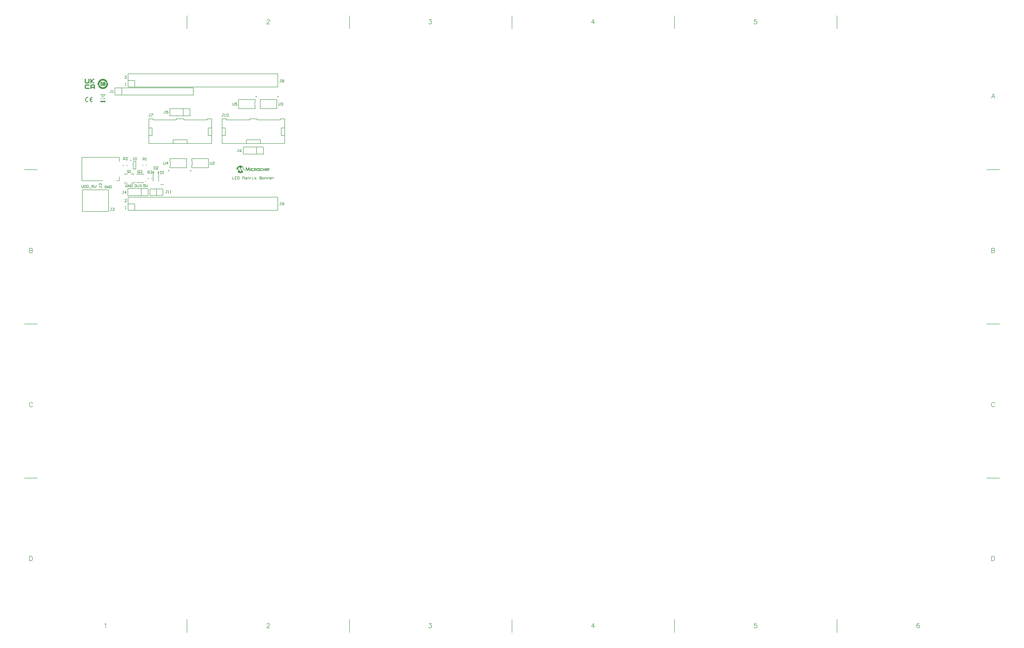
<source format=gto>
G04*
G04 #@! TF.GenerationSoftware,Altium Limited,Altium Designer,22.10.1 (41)*
G04*
G04 Layer_Color=65535*
%FSLAX43Y43*%
%MOMM*%
G71*
G04*
G04 #@! TF.SameCoordinates,A9E92A4C-3054-4B5A-B43F-CED4EE29FA58*
G04*
G04*
G04 #@! TF.FilePolarity,Positive*
G04*
G01*
G75*
%ADD10C,0.250*%
%ADD11C,0.152*%
%ADD12C,0.200*%
%ADD13R,0.225X0.925*%
%ADD14R,0.225X0.925*%
%ADD15C,0.127*%
%ADD16C,0.178*%
G36*
X63455Y17947D02*
X63472Y17945D01*
X63492Y17939D01*
X63514Y17928D01*
X63533Y17917D01*
X63553Y17900D01*
X63555Y17897D01*
X63561Y17892D01*
X63567Y17881D01*
X63578Y17870D01*
X63586Y17853D01*
X63591Y17834D01*
X63597Y17811D01*
X63600Y17786D01*
X63600Y17784D01*
X63600Y17775D01*
X63597Y17761D01*
X63594Y17747D01*
X63589Y17728D01*
X63578Y17709D01*
X63567Y17689D01*
X63550Y17670D01*
X63547Y17667D01*
X63542Y17661D01*
X63530Y17653D01*
X63517Y17645D01*
X63500Y17636D01*
X63478Y17628D01*
X63455Y17623D01*
X63430Y17620D01*
X63419Y17620D01*
X63405Y17623D01*
X63389Y17625D01*
X63372Y17631D01*
X63350Y17639D01*
X63331Y17650D01*
X63311Y17667D01*
X63308Y17670D01*
X63303Y17675D01*
X63294Y17686D01*
X63286Y17700D01*
X63278Y17717D01*
X63269Y17739D01*
X63264Y17761D01*
X63261Y17786D01*
X63261Y17789D01*
X63261Y17797D01*
X63264Y17811D01*
X63267Y17828D01*
X63272Y17845D01*
X63283Y17864D01*
X63294Y17884D01*
X63311Y17903D01*
X63314Y17906D01*
X63319Y17911D01*
X63331Y17917D01*
X63344Y17928D01*
X63361Y17936D01*
X63383Y17942D01*
X63405Y17947D01*
X63430Y17950D01*
X63442Y17950D01*
X63455Y17947D01*
X63455Y17947D02*
G37*
G36*
X70610Y17112D02*
X70665Y17109D01*
X70715Y17103D01*
X70737Y17101D01*
X70757Y17095D01*
X70771Y17092D01*
X70782Y17087D01*
X70785Y17084D01*
X70793Y17076D01*
X70801Y17062D01*
X70812Y17037D01*
X70818Y17023D01*
X70826Y17003D01*
X70829Y16981D01*
X70835Y16956D01*
X70837Y16926D01*
X70840Y16895D01*
X70843Y16859D01*
X70843Y16817D01*
X70241Y16820D01*
X70227Y16820D01*
X70210Y16817D01*
X70191Y16812D01*
X70171Y16804D01*
X70152Y16790D01*
X70135Y16773D01*
X70121Y16751D01*
X70121Y16748D01*
X70118Y16743D01*
X70116Y16731D01*
X70110Y16718D01*
X70107Y16698D01*
X70102Y16670D01*
X70099Y16640D01*
X70099Y16604D01*
X70099Y16482D01*
X70099Y16479D01*
X70099Y16476D01*
X70099Y16459D01*
X70102Y16437D01*
X70102Y16409D01*
X70104Y16382D01*
X70110Y16351D01*
X70118Y16326D01*
X70127Y16304D01*
X70129Y16301D01*
X70132Y16296D01*
X70141Y16290D01*
X70152Y16282D01*
X70166Y16271D01*
X70185Y16265D01*
X70207Y16259D01*
X70235Y16257D01*
X70857Y16257D01*
X70857Y16254D01*
X70857Y16248D01*
X70857Y16240D01*
X70857Y16229D01*
X70854Y16201D01*
X70854Y16168D01*
X70849Y16132D01*
X70843Y16096D01*
X70835Y16065D01*
X70824Y16040D01*
X70821Y16037D01*
X70815Y16029D01*
X70801Y16018D01*
X70782Y16004D01*
X70754Y15990D01*
X70718Y15979D01*
X70674Y15971D01*
X70618Y15968D01*
X70177Y15968D01*
X70166Y15971D01*
X70129Y15973D01*
X70091Y15982D01*
X70046Y15996D01*
X70002Y16012D01*
X69960Y16040D01*
X69943Y16057D01*
X69927Y16076D01*
X69924Y16082D01*
X69916Y16093D01*
X69905Y16115D01*
X69894Y16148D01*
X69880Y16190D01*
X69869Y16240D01*
X69860Y16301D01*
X69857Y16373D01*
X69857Y16709D01*
X69857Y16712D01*
X69857Y16718D01*
X69857Y16729D01*
X69857Y16743D01*
X69860Y16759D01*
X69860Y16779D01*
X69866Y16823D01*
X69874Y16873D01*
X69888Y16920D01*
X69905Y16967D01*
X69927Y17006D01*
X69930Y17012D01*
X69941Y17023D01*
X69960Y17040D01*
X69988Y17062D01*
X70027Y17081D01*
X70071Y17098D01*
X70129Y17109D01*
X70160Y17115D01*
X70557Y17115D01*
X70610Y17112D01*
X70610Y17112D02*
G37*
G36*
X71956Y15982D02*
X71720Y15982D01*
X71720Y16407D01*
X71226Y16407D01*
X71226Y15982D01*
X70993Y15982D01*
X70993Y17103D01*
X71226Y17103D01*
X71226Y16704D01*
X71720Y16704D01*
X71720Y17103D01*
X71956Y17103D01*
X71956Y15982D01*
X71956Y15982D02*
G37*
G36*
X65607Y17462D02*
X65621Y17459D01*
X65638Y17450D01*
X65654Y17442D01*
X65671Y17428D01*
X65688Y17412D01*
X65690Y17409D01*
X65696Y17403D01*
X65701Y17392D01*
X65710Y17378D01*
X65721Y17362D01*
X65729Y17339D01*
X65735Y17317D01*
X65740Y17292D01*
X65879Y15982D01*
X65607Y15982D01*
X65529Y16923D01*
X65527Y16923D01*
X65238Y16173D01*
X65235Y16168D01*
X65229Y16154D01*
X65216Y16132D01*
X65199Y16110D01*
X65174Y16085D01*
X65146Y16062D01*
X65110Y16048D01*
X65091Y16046D01*
X65068Y16043D01*
X65063Y16043D01*
X65049Y16046D01*
X65027Y16051D01*
X65002Y16060D01*
X64974Y16076D01*
X64944Y16098D01*
X64919Y16132D01*
X64907Y16151D01*
X64896Y16173D01*
X64613Y16912D01*
X64610Y16912D01*
X64530Y15982D01*
X64252Y15982D01*
X64394Y17306D01*
X64394Y17309D01*
X64397Y17317D01*
X64399Y17328D01*
X64402Y17342D01*
X64408Y17359D01*
X64416Y17375D01*
X64430Y17395D01*
X64444Y17414D01*
X64447Y17417D01*
X64452Y17423D01*
X64460Y17431D01*
X64474Y17439D01*
X64505Y17456D01*
X64524Y17462D01*
X64547Y17464D01*
X64552Y17464D01*
X64569Y17462D01*
X64594Y17456D01*
X64624Y17445D01*
X64658Y17428D01*
X64691Y17403D01*
X64708Y17387D01*
X64721Y17367D01*
X64735Y17342D01*
X64746Y17317D01*
X65068Y16515D01*
X65071Y16515D01*
X65388Y17317D01*
X65388Y17320D01*
X65390Y17323D01*
X65399Y17339D01*
X65413Y17364D01*
X65435Y17392D01*
X65463Y17417D01*
X65496Y17442D01*
X65538Y17459D01*
X65563Y17462D01*
X65588Y17464D01*
X65599Y17464D01*
X65607Y17462D01*
X65607Y17462D02*
G37*
G36*
X62351Y18106D02*
X62378Y18103D01*
X62409Y18100D01*
X62448Y18097D01*
X62487Y18092D01*
X62531Y18083D01*
X62581Y18072D01*
X62631Y18061D01*
X62684Y18047D01*
X62742Y18031D01*
X62800Y18011D01*
X62859Y17989D01*
X62920Y17964D01*
X63839Y16518D01*
X63839Y16512D01*
X63836Y16498D01*
X63833Y16476D01*
X63830Y16451D01*
X63822Y16395D01*
X63816Y16368D01*
X63811Y16346D01*
X63811Y16343D01*
X63808Y16337D01*
X63805Y16323D01*
X63800Y16307D01*
X63791Y16282D01*
X63783Y16251D01*
X63772Y16215D01*
X63758Y16173D01*
X62956Y17434D01*
X62953Y17439D01*
X62945Y17450D01*
X62931Y17467D01*
X62911Y17484D01*
X62892Y17503D01*
X62867Y17520D01*
X62839Y17531D01*
X62809Y17534D01*
X62806Y17534D01*
X62797Y17531D01*
X62784Y17528D01*
X62767Y17520D01*
X62748Y17509D01*
X62725Y17492D01*
X62700Y17470D01*
X62675Y17439D01*
X62412Y17065D01*
X63350Y15579D01*
X63344Y15574D01*
X63328Y15563D01*
X63303Y15540D01*
X63267Y15515D01*
X63222Y15482D01*
X63167Y15449D01*
X63106Y15410D01*
X63036Y15374D01*
X62959Y15335D01*
X62875Y15296D01*
X62784Y15263D01*
X62686Y15229D01*
X62584Y15204D01*
X62478Y15182D01*
X62367Y15171D01*
X62251Y15166D01*
X62223Y15166D01*
X62206Y15168D01*
X62187Y15168D01*
X62167Y15171D01*
X62142Y15174D01*
X62087Y15179D01*
X62020Y15191D01*
X61948Y15204D01*
X61867Y15224D01*
X61781Y15249D01*
X61693Y15282D01*
X61601Y15321D01*
X61507Y15365D01*
X61412Y15421D01*
X61318Y15485D01*
X61223Y15557D01*
X61179Y15596D01*
X61135Y15640D01*
X61540Y16204D01*
X61543Y16207D01*
X61545Y16212D01*
X61548Y16221D01*
X61554Y16234D01*
X61565Y16265D01*
X61568Y16284D01*
X61568Y16304D01*
X61568Y16307D01*
X61568Y16309D01*
X61565Y16318D01*
X61562Y16329D01*
X61554Y16343D01*
X61545Y16359D01*
X61534Y16382D01*
X61520Y16407D01*
X61221Y16876D01*
X60779Y16257D01*
X60779Y16259D01*
X60776Y16265D01*
X60774Y16276D01*
X60771Y16290D01*
X60768Y16307D01*
X60763Y16329D01*
X60757Y16351D01*
X60754Y16379D01*
X60743Y16440D01*
X60735Y16507D01*
X60729Y16581D01*
X60726Y16662D01*
X60726Y16665D01*
X60726Y16668D01*
X60726Y16676D01*
X60726Y16687D01*
X60729Y16701D01*
X60729Y16718D01*
X60732Y16759D01*
X60740Y16809D01*
X60749Y16867D01*
X60763Y16934D01*
X60779Y17006D01*
X60804Y17081D01*
X60832Y17162D01*
X60865Y17245D01*
X60907Y17331D01*
X60957Y17414D01*
X61015Y17498D01*
X61082Y17581D01*
X61157Y17661D01*
X61162Y17667D01*
X61179Y17681D01*
X61204Y17703D01*
X61240Y17731D01*
X61284Y17764D01*
X61340Y17803D01*
X61401Y17845D01*
X61473Y17886D01*
X61551Y17928D01*
X61640Y17967D01*
X61731Y18006D01*
X61834Y18039D01*
X61942Y18067D01*
X62056Y18089D01*
X62176Y18103D01*
X62301Y18108D01*
X62328Y18108D01*
X62351Y18106D01*
X62351Y18106D02*
G37*
G36*
X73308Y17098D02*
X73339Y17092D01*
X73375Y17081D01*
X73408Y17065D01*
X73442Y17040D01*
X73469Y17009D01*
X73472Y17003D01*
X73480Y16992D01*
X73489Y16970D01*
X73503Y16940D01*
X73514Y16898D01*
X73522Y16848D01*
X73530Y16790D01*
X73533Y16720D01*
X73533Y16623D01*
X73533Y16620D01*
X73533Y16606D01*
X73533Y16590D01*
X73530Y16568D01*
X73528Y16540D01*
X73522Y16509D01*
X73505Y16445D01*
X73494Y16412D01*
X73480Y16379D01*
X73464Y16348D01*
X73442Y16321D01*
X73417Y16298D01*
X73389Y16282D01*
X73355Y16268D01*
X73317Y16265D01*
X72767Y16265D01*
X72767Y15982D01*
X72534Y15982D01*
X72534Y17103D01*
X73283Y17103D01*
X73308Y17098D01*
X73308Y17098D02*
G37*
G36*
X72381Y15982D02*
X72120Y15982D01*
X72120Y17103D01*
X72381Y17103D01*
X72381Y15982D01*
X72381Y15982D02*
G37*
G36*
X68353Y17101D02*
X68378Y17095D01*
X68405Y17084D01*
X68433Y17070D01*
X68461Y17051D01*
X68483Y17026D01*
X68486Y17023D01*
X68492Y17012D01*
X68503Y16992D01*
X68514Y16965D01*
X68522Y16931D01*
X68533Y16887D01*
X68539Y16834D01*
X68541Y16770D01*
X68541Y16701D01*
X68541Y16695D01*
X68541Y16681D01*
X68541Y16659D01*
X68539Y16634D01*
X68533Y16576D01*
X68528Y16548D01*
X68519Y16523D01*
X68519Y16520D01*
X68514Y16512D01*
X68505Y16498D01*
X68494Y16484D01*
X68480Y16468D01*
X68461Y16451D01*
X68439Y16434D01*
X68411Y16423D01*
X68411Y16420D01*
X68414Y16420D01*
X68417Y16418D01*
X68430Y16412D01*
X68453Y16398D01*
X68475Y16376D01*
X68486Y16362D01*
X68497Y16346D01*
X68508Y16323D01*
X68519Y16301D01*
X68528Y16273D01*
X68533Y16246D01*
X68539Y16212D01*
X68539Y16173D01*
X68539Y15982D01*
X68306Y15982D01*
X68306Y16118D01*
X68306Y16121D01*
X68306Y16132D01*
X68306Y16143D01*
X68303Y16159D01*
X68300Y16196D01*
X68297Y16212D01*
X68292Y16223D01*
X68292Y16226D01*
X68289Y16232D01*
X68283Y16240D01*
X68275Y16248D01*
X68264Y16257D01*
X68247Y16265D01*
X68231Y16271D01*
X68208Y16273D01*
X67797Y16273D01*
X67797Y15982D01*
X67561Y15982D01*
X67561Y17103D01*
X68333Y17103D01*
X68353Y17101D01*
X68353Y17101D02*
G37*
G36*
X66282Y15982D02*
X66026Y15982D01*
X66026Y17103D01*
X66282Y17103D01*
X66282Y15982D01*
X66282Y15982D02*
G37*
G36*
X69427Y17112D02*
X69460Y17109D01*
X69502Y17101D01*
X69546Y17090D01*
X69591Y17070D01*
X69630Y17042D01*
X69663Y17006D01*
X69666Y17001D01*
X69674Y16990D01*
X69685Y16967D01*
X69699Y16934D01*
X69710Y16892D01*
X69721Y16842D01*
X69730Y16781D01*
X69732Y16709D01*
X69732Y16376D01*
X69732Y16373D01*
X69732Y16365D01*
X69732Y16354D01*
X69732Y16340D01*
X69730Y16321D01*
X69727Y16298D01*
X69721Y16251D01*
X69710Y16196D01*
X69696Y16143D01*
X69674Y16093D01*
X69660Y16071D01*
X69644Y16051D01*
X69641Y16048D01*
X69630Y16040D01*
X69610Y16026D01*
X69583Y16012D01*
X69549Y15996D01*
X69508Y15985D01*
X69455Y15973D01*
X69397Y15971D01*
X69000Y15971D01*
X68988Y15973D01*
X68952Y15976D01*
X68913Y15985D01*
X68869Y15998D01*
X68825Y16015D01*
X68783Y16043D01*
X68766Y16060D01*
X68750Y16079D01*
X68747Y16085D01*
X68739Y16096D01*
X68728Y16118D01*
X68716Y16151D01*
X68705Y16193D01*
X68694Y16243D01*
X68686Y16304D01*
X68683Y16376D01*
X68683Y16709D01*
X68683Y16712D01*
X68683Y16720D01*
X68683Y16734D01*
X68686Y16754D01*
X68686Y16776D01*
X68689Y16801D01*
X68700Y16859D01*
X68714Y16917D01*
X68736Y16978D01*
X68752Y17003D01*
X68769Y17028D01*
X68789Y17051D01*
X68811Y17067D01*
X68814Y17070D01*
X68825Y17076D01*
X68841Y17081D01*
X68864Y17092D01*
X68891Y17101D01*
X68927Y17106D01*
X68969Y17112D01*
X69019Y17115D01*
X69416Y17115D01*
X69427Y17112D01*
X69427Y17112D02*
G37*
G36*
X67270Y17115D02*
X67292Y17106D01*
X67317Y17098D01*
X67345Y17081D01*
X67370Y17062D01*
X67389Y17037D01*
X67400Y17003D01*
X67400Y17001D01*
X67403Y16992D01*
X67403Y16978D01*
X67406Y16959D01*
X67409Y16934D01*
X67409Y16904D01*
X67412Y16865D01*
X67412Y16820D01*
X66795Y16820D01*
X66779Y16817D01*
X66759Y16812D01*
X66737Y16804D01*
X66718Y16792D01*
X66701Y16776D01*
X66687Y16754D01*
X66687Y16751D01*
X66684Y16745D01*
X66681Y16734D01*
X66679Y16720D01*
X66673Y16698D01*
X66670Y16673D01*
X66668Y16643D01*
X66668Y16604D01*
X66668Y16482D01*
X66668Y16479D01*
X66668Y16476D01*
X66668Y16468D01*
X66668Y16457D01*
X66670Y16429D01*
X66673Y16398D01*
X66679Y16365D01*
X66687Y16332D01*
X66698Y16304D01*
X66704Y16293D01*
X66712Y16284D01*
X66715Y16284D01*
X66718Y16282D01*
X66726Y16276D01*
X66734Y16273D01*
X66762Y16262D01*
X66801Y16259D01*
X67423Y16259D01*
X67423Y16257D01*
X67423Y16251D01*
X67423Y16243D01*
X67423Y16232D01*
X67420Y16204D01*
X67420Y16168D01*
X67414Y16129D01*
X67409Y16096D01*
X67400Y16062D01*
X67395Y16051D01*
X67389Y16040D01*
X67387Y16037D01*
X67381Y16029D01*
X67367Y16018D01*
X67348Y16007D01*
X67320Y15993D01*
X67284Y15982D01*
X67242Y15973D01*
X67187Y15971D01*
X66737Y15971D01*
X66709Y15973D01*
X66673Y15979D01*
X66634Y15987D01*
X66598Y15998D01*
X66559Y16012D01*
X66529Y16035D01*
X66523Y16040D01*
X66512Y16054D01*
X66495Y16076D01*
X66487Y16093D01*
X66479Y16112D01*
X66468Y16135D01*
X66459Y16159D01*
X66451Y16187D01*
X66443Y16218D01*
X66434Y16251D01*
X66432Y16290D01*
X66426Y16332D01*
X66426Y16376D01*
X66426Y16709D01*
X66426Y16712D01*
X66426Y16720D01*
X66426Y16731D01*
X66426Y16745D01*
X66429Y16765D01*
X66432Y16787D01*
X66437Y16834D01*
X66445Y16887D01*
X66459Y16940D01*
X66479Y16987D01*
X66493Y17009D01*
X66507Y17026D01*
X66509Y17028D01*
X66523Y17040D01*
X66543Y17053D01*
X66568Y17070D01*
X66604Y17087D01*
X66648Y17101D01*
X66701Y17112D01*
X66762Y17115D01*
X67226Y17115D01*
X67237Y17117D01*
X67256Y17117D01*
X67270Y17115D01*
X67270Y17115D02*
G37*
G36*
X9679Y46221D02*
X9227Y45755D01*
X9272Y45755D01*
X9272Y45503D01*
X9094Y45503D01*
X9061Y45114D01*
X9013Y44573D01*
X9609Y43955D01*
X9564Y43910D01*
X9009Y44488D01*
X9002Y44451D01*
X9027Y44440D01*
X9057Y44421D01*
X9083Y44396D01*
X9102Y44370D01*
X9120Y44340D01*
X9131Y44310D01*
X9135Y44281D01*
X9139Y44244D01*
X9135Y44210D01*
X9124Y44173D01*
X9105Y44129D01*
X9079Y44092D01*
X9053Y44066D01*
X9020Y44047D01*
X8983Y44029D01*
X8950Y44021D01*
X8902Y44018D01*
X8857Y44025D01*
X8809Y44040D01*
X8768Y44066D01*
X8735Y44099D01*
X8716Y44129D01*
X8702Y44162D01*
X8265Y44162D01*
X8265Y44010D01*
X8120Y44010D01*
X8120Y44162D01*
X8102Y44162D01*
X8065Y44562D01*
X7428Y43907D01*
X7383Y43951D01*
X8057Y44647D01*
X8028Y44958D01*
X7987Y45384D01*
X7968Y45562D01*
X7339Y46221D01*
X7383Y46266D01*
X7961Y45666D01*
X7946Y45810D01*
X7846Y45810D01*
X7846Y45925D01*
X7935Y45925D01*
X7935Y45951D01*
X7939Y45966D01*
X7950Y45977D01*
X7965Y45992D01*
X7983Y46010D01*
X8009Y46025D01*
X8035Y46044D01*
X8061Y46055D01*
X8079Y46062D01*
X8079Y46132D01*
X8231Y46132D01*
X8231Y46103D01*
X8279Y46114D01*
X8328Y46118D01*
X8376Y46125D01*
X8402Y46125D01*
X8402Y46173D01*
X8761Y46173D01*
X8761Y46118D01*
X8805Y46110D01*
X8861Y46103D01*
X8913Y46092D01*
X8965Y46073D01*
X9013Y46058D01*
X9046Y46040D01*
X9076Y46021D01*
X9090Y46006D01*
X9102Y46018D01*
X9120Y46029D01*
X9142Y46040D01*
X9168Y46044D01*
X9194Y46036D01*
X9216Y46025D01*
X9235Y46010D01*
X9253Y45984D01*
X9261Y45969D01*
X9261Y45947D01*
X9261Y45929D01*
X9257Y45914D01*
X9250Y45895D01*
X9239Y45884D01*
X9227Y45873D01*
X9216Y45866D01*
X9205Y45858D01*
X9205Y45825D01*
X9631Y46266D01*
X9679Y46221D01*
X9679Y46221D02*
G37*
G36*
X9509Y43392D02*
X9509Y43385D01*
X9509Y43377D01*
X9509Y43362D01*
X9509Y43340D01*
X9509Y43314D01*
X9509Y43310D01*
X9509Y43299D01*
X9509Y43285D01*
X9509Y43262D01*
X9509Y43236D01*
X9509Y43207D01*
X9509Y43140D01*
X9509Y43136D01*
X9509Y43125D01*
X9509Y43107D01*
X9509Y43085D01*
X9509Y43059D01*
X9509Y43029D01*
X9509Y42966D01*
X9509Y42962D01*
X9509Y42955D01*
X9509Y42929D01*
X9509Y42899D01*
X9509Y42892D01*
X9509Y42888D01*
X7472Y42888D01*
X7472Y42899D01*
X7472Y42907D01*
X7472Y42922D01*
X7472Y42940D01*
X7472Y42966D01*
X7472Y42970D01*
X7472Y42981D01*
X7472Y42996D01*
X7472Y43018D01*
X7472Y43044D01*
X7472Y43073D01*
X7472Y43140D01*
X7472Y43144D01*
X7472Y43155D01*
X7472Y43173D01*
X7472Y43199D01*
X7472Y43255D01*
X7472Y43314D01*
X7472Y43318D01*
X7472Y43325D01*
X7472Y43340D01*
X7472Y43355D01*
X7472Y43370D01*
X7472Y43385D01*
X7472Y43392D01*
X7472Y43396D01*
X9509Y43396D01*
X9509Y43392D01*
X9509Y43392D02*
G37*
G36*
X4502Y44958D02*
X4502Y44644D01*
X4494Y44644D01*
X4483Y44647D01*
X4468Y44647D01*
X4435Y44651D01*
X4368Y44651D01*
X4350Y44647D01*
X4327Y44647D01*
X4302Y44644D01*
X4242Y44633D01*
X4172Y44614D01*
X4094Y44584D01*
X4016Y44544D01*
X3976Y44521D01*
X3939Y44492D01*
X3935Y44492D01*
X3931Y44484D01*
X3905Y44462D01*
X3872Y44429D01*
X3831Y44381D01*
X3791Y44321D01*
X3750Y44251D01*
X3713Y44170D01*
X3687Y44081D01*
X4294Y44081D01*
X4294Y43770D01*
X3687Y43770D01*
X3687Y43766D01*
X3691Y43759D01*
X3694Y43744D01*
X3698Y43729D01*
X3705Y43707D01*
X3716Y43681D01*
X3739Y43625D01*
X3772Y43559D01*
X3816Y43492D01*
X3872Y43422D01*
X3939Y43359D01*
X3942Y43359D01*
X3946Y43351D01*
X3957Y43344D01*
X3976Y43333D01*
X3994Y43322D01*
X4016Y43307D01*
X4072Y43281D01*
X4139Y43251D01*
X4216Y43225D01*
X4302Y43207D01*
X4346Y43203D01*
X4394Y43199D01*
X4465Y43199D01*
X4498Y43203D01*
X4502Y42892D01*
X4468Y42892D01*
X4435Y42888D01*
X4376Y42888D01*
X4353Y42892D01*
X4324Y42892D01*
X4287Y42899D01*
X4242Y42903D01*
X4194Y42914D01*
X4142Y42925D01*
X4087Y42944D01*
X4028Y42962D01*
X3965Y42988D01*
X3905Y43018D01*
X3842Y43051D01*
X3779Y43092D01*
X3720Y43140D01*
X3661Y43192D01*
X3657Y43196D01*
X3650Y43207D01*
X3631Y43222D01*
X3613Y43248D01*
X3591Y43277D01*
X3565Y43310D01*
X3539Y43351D01*
X3509Y43399D01*
X3479Y43447D01*
X3454Y43503D01*
X3428Y43566D01*
X3405Y43629D01*
X3387Y43699D01*
X3372Y43770D01*
X3361Y43847D01*
X3357Y43925D01*
X3357Y43929D01*
X3357Y43944D01*
X3361Y43966D01*
X3361Y43996D01*
X3368Y44033D01*
X3372Y44077D01*
X3383Y44125D01*
X3394Y44177D01*
X3413Y44233D01*
X3431Y44292D01*
X3457Y44355D01*
X3487Y44418D01*
X3520Y44477D01*
X3561Y44540D01*
X3609Y44599D01*
X3661Y44658D01*
X3665Y44662D01*
X3676Y44673D01*
X3691Y44688D01*
X3716Y44707D01*
X3746Y44729D01*
X3779Y44755D01*
X3820Y44781D01*
X3868Y44810D01*
X3916Y44840D01*
X3972Y44866D01*
X4035Y44892D01*
X4098Y44914D01*
X4168Y44933D01*
X4239Y44951D01*
X4316Y44958D01*
X4394Y44962D01*
X4461Y44962D01*
X4502Y44958D01*
X4502Y44958D02*
G37*
G36*
X2735Y44958D02*
X2735Y44644D01*
X2728Y44644D01*
X2702Y44647D01*
X2668Y44651D01*
X2602Y44651D01*
X2580Y44647D01*
X2554Y44644D01*
X2524Y44640D01*
X2454Y44625D01*
X2376Y44599D01*
X2331Y44581D01*
X2287Y44562D01*
X2243Y44536D01*
X2202Y44507D01*
X2157Y44473D01*
X2117Y44436D01*
X2113Y44433D01*
X2109Y44425D01*
X2098Y44414D01*
X2083Y44399D01*
X2068Y44377D01*
X2050Y44355D01*
X2031Y44325D01*
X2013Y44292D01*
X1972Y44218D01*
X1939Y44133D01*
X1924Y44084D01*
X1913Y44033D01*
X1909Y43981D01*
X1906Y43925D01*
X1906Y43922D01*
X1906Y43910D01*
X1906Y43896D01*
X1909Y43873D01*
X1913Y43847D01*
X1917Y43818D01*
X1931Y43747D01*
X1957Y43670D01*
X1976Y43625D01*
X1994Y43581D01*
X2020Y43536D01*
X2046Y43496D01*
X2080Y43451D01*
X2117Y43410D01*
X2120Y43407D01*
X2128Y43403D01*
X2139Y43392D01*
X2154Y43377D01*
X2176Y43362D01*
X2202Y43344D01*
X2228Y43325D01*
X2261Y43307D01*
X2335Y43266D01*
X2424Y43233D01*
X2472Y43218D01*
X2524Y43207D01*
X2576Y43203D01*
X2631Y43199D01*
X2668Y43199D01*
X2702Y43203D01*
X2735Y43207D01*
X2735Y42892D01*
X2702Y42892D01*
X2668Y42888D01*
X2613Y42888D01*
X2591Y42892D01*
X2561Y42892D01*
X2524Y42899D01*
X2480Y42903D01*
X2431Y42914D01*
X2380Y42925D01*
X2324Y42944D01*
X2265Y42962D01*
X2202Y42988D01*
X2143Y43018D01*
X2080Y43051D01*
X2017Y43092D01*
X1957Y43140D01*
X1898Y43192D01*
X1894Y43196D01*
X1887Y43207D01*
X1868Y43222D01*
X1850Y43248D01*
X1828Y43277D01*
X1802Y43310D01*
X1776Y43351D01*
X1746Y43399D01*
X1717Y43447D01*
X1691Y43503D01*
X1665Y43566D01*
X1643Y43629D01*
X1624Y43699D01*
X1609Y43770D01*
X1598Y43847D01*
X1594Y43925D01*
X1594Y43929D01*
X1594Y43944D01*
X1598Y43966D01*
X1598Y43996D01*
X1606Y44033D01*
X1609Y44077D01*
X1620Y44125D01*
X1631Y44177D01*
X1650Y44233D01*
X1669Y44292D01*
X1694Y44355D01*
X1724Y44418D01*
X1757Y44477D01*
X1798Y44540D01*
X1846Y44599D01*
X1898Y44658D01*
X1902Y44662D01*
X1913Y44673D01*
X1928Y44688D01*
X1954Y44707D01*
X1983Y44729D01*
X2017Y44755D01*
X2057Y44781D01*
X2106Y44810D01*
X2154Y44840D01*
X2209Y44866D01*
X2272Y44892D01*
X2335Y44914D01*
X2405Y44933D01*
X2476Y44951D01*
X2554Y44958D01*
X2631Y44962D01*
X2702Y44962D01*
X2735Y44958D01*
X2735Y44958D02*
G37*
G36*
X4268Y51159D02*
X5427Y50237D01*
X4890Y50237D01*
X4009Y50937D01*
X4009Y50237D01*
X3590Y50237D01*
X3590Y52074D01*
X4009Y52074D01*
X4009Y51381D01*
X4890Y52074D01*
X5431Y52074D01*
X4268Y51159D01*
X4268Y51159D02*
G37*
G36*
X3260Y50874D02*
X3260Y50870D01*
X3260Y50863D01*
X3260Y50848D01*
X3257Y50829D01*
X3253Y50807D01*
X3249Y50781D01*
X3238Y50718D01*
X3216Y50648D01*
X3183Y50574D01*
X3161Y50533D01*
X3135Y50496D01*
X3105Y50459D01*
X3072Y50422D01*
X3068Y50418D01*
X3064Y50415D01*
X3053Y50403D01*
X3038Y50392D01*
X3020Y50377D01*
X2998Y50363D01*
X2946Y50329D01*
X2879Y50296D01*
X2801Y50266D01*
X2712Y50244D01*
X2664Y50240D01*
X2616Y50237D01*
X2038Y50237D01*
X2020Y50240D01*
X1998Y50244D01*
X1972Y50248D01*
X1909Y50259D01*
X1838Y50281D01*
X1764Y50315D01*
X1724Y50337D01*
X1687Y50363D01*
X1650Y50389D01*
X1613Y50422D01*
X1609Y50426D01*
X1605Y50429D01*
X1594Y50440D01*
X1583Y50455D01*
X1568Y50474D01*
X1553Y50496D01*
X1520Y50548D01*
X1487Y50615D01*
X1457Y50692D01*
X1435Y50777D01*
X1431Y50826D01*
X1427Y50874D01*
X1427Y52074D01*
X1842Y52074D01*
X1842Y50877D01*
X1842Y50874D01*
X1842Y50863D01*
X1846Y50844D01*
X1850Y50822D01*
X1857Y50800D01*
X1872Y50770D01*
X1887Y50744D01*
X1909Y50718D01*
X1912Y50715D01*
X1920Y50707D01*
X1935Y50700D01*
X1957Y50689D01*
X1979Y50674D01*
X2009Y50666D01*
X2038Y50659D01*
X2072Y50655D01*
X2624Y50655D01*
X2642Y50659D01*
X2664Y50663D01*
X2690Y50670D01*
X2720Y50681D01*
X2746Y50696D01*
X2772Y50718D01*
X2775Y50722D01*
X2783Y50729D01*
X2794Y50744D01*
X2809Y50763D01*
X2820Y50785D01*
X2831Y50814D01*
X2838Y50844D01*
X2842Y50877D01*
X2842Y52074D01*
X3260Y52074D01*
X3260Y50874D01*
X3260Y50874D02*
G37*
G36*
X4831Y49903D02*
X4853Y49903D01*
X4879Y49896D01*
X4942Y49885D01*
X5012Y49863D01*
X5086Y49829D01*
X5127Y49807D01*
X5164Y49785D01*
X5201Y49755D01*
X5238Y49722D01*
X5242Y49718D01*
X5245Y49715D01*
X5257Y49703D01*
X5268Y49689D01*
X5283Y49670D01*
X5297Y49648D01*
X5334Y49596D01*
X5368Y49533D01*
X5397Y49455D01*
X5420Y49370D01*
X5423Y49322D01*
X5427Y49274D01*
X5427Y48074D01*
X5008Y48074D01*
X5008Y48489D01*
X4009Y48489D01*
X4009Y48074D01*
X3590Y48074D01*
X3590Y49274D01*
X3590Y49278D01*
X3590Y49285D01*
X3590Y49300D01*
X3594Y49318D01*
X3598Y49341D01*
X3601Y49366D01*
X3612Y49429D01*
X3635Y49500D01*
X3672Y49574D01*
X3690Y49611D01*
X3716Y49648D01*
X3746Y49685D01*
X3779Y49722D01*
X3783Y49726D01*
X3786Y49729D01*
X3797Y49741D01*
X3812Y49752D01*
X3831Y49766D01*
X3853Y49781D01*
X3909Y49815D01*
X3975Y49848D01*
X4053Y49878D01*
X4142Y49900D01*
X4190Y49903D01*
X4238Y49907D01*
X4812Y49907D01*
X4831Y49903D01*
X4831Y49903D02*
G37*
G36*
X3260Y49489D02*
X2050Y49489D01*
X2031Y49485D01*
X2012Y49481D01*
X1987Y49470D01*
X1961Y49459D01*
X1935Y49441D01*
X1909Y49418D01*
X1905Y49415D01*
X1898Y49407D01*
X1887Y49392D01*
X1875Y49374D01*
X1864Y49348D01*
X1853Y49322D01*
X1846Y49289D01*
X1842Y49255D01*
X1842Y48718D01*
X1842Y48715D01*
X1842Y48704D01*
X1846Y48685D01*
X1850Y48663D01*
X1857Y48637D01*
X1872Y48611D01*
X1887Y48581D01*
X1909Y48555D01*
X1912Y48552D01*
X1920Y48544D01*
X1935Y48533D01*
X1953Y48522D01*
X1975Y48511D01*
X2001Y48500D01*
X2031Y48493D01*
X2064Y48489D01*
X3260Y48489D01*
X3260Y48074D01*
X2031Y48074D01*
X1998Y48078D01*
X1957Y48085D01*
X1909Y48096D01*
X1853Y48111D01*
X1798Y48130D01*
X1742Y48159D01*
X1735Y48163D01*
X1720Y48174D01*
X1690Y48196D01*
X1661Y48222D01*
X1624Y48255D01*
X1583Y48296D01*
X1546Y48344D01*
X1513Y48396D01*
X1509Y48404D01*
X1498Y48422D01*
X1487Y48452D01*
X1472Y48493D01*
X1453Y48541D01*
X1442Y48596D01*
X1431Y48655D01*
X1427Y48718D01*
X1427Y49255D01*
X1427Y49259D01*
X1427Y49266D01*
X1427Y49281D01*
X1431Y49300D01*
X1435Y49322D01*
X1438Y49352D01*
X1450Y49415D01*
X1472Y49485D01*
X1505Y49563D01*
X1527Y49600D01*
X1553Y49641D01*
X1579Y49678D01*
X1613Y49715D01*
X1616Y49718D01*
X1620Y49722D01*
X1631Y49733D01*
X1646Y49744D01*
X1664Y49759D01*
X1687Y49774D01*
X1738Y49811D01*
X1805Y49848D01*
X1879Y49878D01*
X1964Y49900D01*
X2012Y49903D01*
X2061Y49907D01*
X3260Y49907D01*
X3260Y49489D01*
X3260Y49489D02*
G37*
G36*
X8576Y52068D02*
X8624Y52064D01*
X8683Y52061D01*
X8750Y52050D01*
X8827Y52038D01*
X8913Y52020D01*
X9005Y51998D01*
X9102Y51972D01*
X9202Y51938D01*
X9302Y51898D01*
X9405Y51850D01*
X9513Y51798D01*
X9616Y51735D01*
X9716Y51661D01*
X9724Y51657D01*
X9738Y51642D01*
X9768Y51620D01*
X9801Y51587D01*
X9846Y51546D01*
X9894Y51498D01*
X9950Y51442D01*
X10005Y51376D01*
X10064Y51305D01*
X10124Y51224D01*
X10187Y51139D01*
X10242Y51046D01*
X10298Y50946D01*
X10350Y50839D01*
X10394Y50727D01*
X10431Y50609D01*
X10157Y50872D01*
X9768Y50502D01*
X9768Y50505D01*
X9761Y50520D01*
X9753Y50542D01*
X9742Y50568D01*
X9724Y50602D01*
X9705Y50642D01*
X9683Y50687D01*
X9653Y50735D01*
X9624Y50787D01*
X9587Y50839D01*
X9546Y50894D01*
X9501Y50946D01*
X9453Y51001D01*
X9401Y51053D01*
X9342Y51105D01*
X9279Y51153D01*
X9276Y51157D01*
X9264Y51164D01*
X9246Y51176D01*
X9220Y51194D01*
X9187Y51213D01*
X9150Y51231D01*
X9105Y51253D01*
X9053Y51279D01*
X8998Y51301D01*
X8939Y51324D01*
X8876Y51342D01*
X8809Y51364D01*
X8739Y51379D01*
X8665Y51390D01*
X8587Y51398D01*
X8509Y51401D01*
X8483Y51401D01*
X8453Y51398D01*
X8416Y51394D01*
X8368Y51390D01*
X8313Y51379D01*
X8250Y51368D01*
X8183Y51353D01*
X8109Y51331D01*
X8035Y51305D01*
X7957Y51276D01*
X7876Y51239D01*
X7798Y51194D01*
X7716Y51142D01*
X7639Y51083D01*
X7565Y51013D01*
X7561Y51009D01*
X7550Y50994D01*
X7528Y50972D01*
X7505Y50942D01*
X7476Y50905D01*
X7442Y50861D01*
X7409Y50809D01*
X7372Y50750D01*
X7335Y50687D01*
X7302Y50613D01*
X7268Y50535D01*
X7239Y50453D01*
X7217Y50365D01*
X7198Y50272D01*
X7183Y50176D01*
X7180Y50072D01*
X7520Y50072D01*
X6861Y49435D01*
X6198Y50072D01*
X6513Y50072D01*
X6513Y50079D01*
X6513Y50098D01*
X6517Y50124D01*
X6517Y50165D01*
X6520Y50213D01*
X6528Y50268D01*
X6535Y50331D01*
X6546Y50402D01*
X6561Y50476D01*
X6580Y50557D01*
X6598Y50639D01*
X6624Y50724D01*
X6657Y50813D01*
X6691Y50902D01*
X6731Y50990D01*
X6780Y51076D01*
X6783Y51079D01*
X6791Y51098D01*
X6805Y51120D01*
X6828Y51153D01*
X6857Y51190D01*
X6887Y51235D01*
X6928Y51283D01*
X6972Y51339D01*
X7020Y51394D01*
X7076Y51453D01*
X7135Y51516D01*
X7198Y51576D01*
X7268Y51635D01*
X7342Y51694D01*
X7420Y51750D01*
X7505Y51801D01*
X7509Y51805D01*
X7528Y51813D01*
X7550Y51827D01*
X7587Y51842D01*
X7628Y51864D01*
X7679Y51887D01*
X7739Y51913D01*
X7802Y51938D01*
X7876Y51961D01*
X7953Y51987D01*
X8035Y52009D01*
X8124Y52031D01*
X8213Y52046D01*
X8309Y52061D01*
X8409Y52068D01*
X8509Y52072D01*
X8539Y52072D01*
X8576Y52068D01*
X8576Y52068D02*
G37*
G36*
X8402Y50616D02*
X7931Y50616D01*
X7931Y50346D01*
X7935Y50350D01*
X7946Y50365D01*
X7965Y50383D01*
X7991Y50402D01*
X8024Y50424D01*
X8065Y50439D01*
X8109Y50453D01*
X8161Y50457D01*
X8187Y50457D01*
X8213Y50453D01*
X8246Y50446D01*
X8283Y50435D01*
X8324Y50416D01*
X8361Y50394D01*
X8394Y50365D01*
X8398Y50361D01*
X8405Y50346D01*
X8420Y50320D01*
X8435Y50287D01*
X8450Y50235D01*
X8465Y50176D01*
X8468Y50139D01*
X8472Y50098D01*
X8476Y50053D01*
X8476Y50005D01*
X8476Y49776D01*
X8476Y49768D01*
X8476Y49750D01*
X8476Y49716D01*
X8476Y49679D01*
X8468Y49598D01*
X8465Y49561D01*
X8461Y49528D01*
X8461Y49524D01*
X8457Y49513D01*
X8453Y49498D01*
X8446Y49479D01*
X8428Y49431D01*
X8394Y49379D01*
X8390Y49376D01*
X8383Y49368D01*
X8372Y49357D01*
X8357Y49342D01*
X8335Y49324D01*
X8313Y49309D01*
X8283Y49291D01*
X8250Y49276D01*
X8246Y49276D01*
X8235Y49268D01*
X8216Y49265D01*
X8191Y49257D01*
X8157Y49250D01*
X8120Y49246D01*
X8079Y49239D01*
X8009Y49239D01*
X7983Y49242D01*
X7946Y49246D01*
X7905Y49254D01*
X7865Y49261D01*
X7820Y49276D01*
X7776Y49294D01*
X7772Y49298D01*
X7757Y49305D01*
X7739Y49316D01*
X7713Y49335D01*
X7687Y49357D01*
X7661Y49387D01*
X7639Y49416D01*
X7616Y49454D01*
X7616Y49457D01*
X7609Y49476D01*
X7602Y49498D01*
X7594Y49535D01*
X7587Y49583D01*
X7579Y49639D01*
X7576Y49709D01*
X7572Y49787D01*
X7572Y49872D01*
X7950Y49872D01*
X7950Y49772D01*
X7950Y49765D01*
X7950Y49746D01*
X7950Y49720D01*
X7950Y49687D01*
X7953Y49613D01*
X7953Y49579D01*
X7957Y49550D01*
X7957Y49546D01*
X7961Y49539D01*
X7968Y49520D01*
X7979Y49505D01*
X7991Y49498D01*
X8005Y49491D01*
X8028Y49487D01*
X8031Y49487D01*
X8046Y49491D01*
X8057Y49494D01*
X8072Y49505D01*
X8076Y49509D01*
X8083Y49516D01*
X8091Y49528D01*
X8094Y49542D01*
X8094Y49550D01*
X8094Y49557D01*
X8098Y49576D01*
X8098Y49598D01*
X8098Y49635D01*
X8098Y49679D01*
X8098Y49735D01*
X8098Y50057D01*
X8098Y50061D01*
X8098Y50072D01*
X8098Y50087D01*
X8094Y50105D01*
X8091Y50142D01*
X8087Y50161D01*
X8079Y50176D01*
X8076Y50179D01*
X8065Y50194D01*
X8046Y50205D01*
X8016Y50209D01*
X8013Y50209D01*
X8002Y50205D01*
X7991Y50202D01*
X7976Y50190D01*
X7972Y50187D01*
X7968Y50179D01*
X7961Y50168D01*
X7953Y50153D01*
X7953Y50150D01*
X7953Y50135D01*
X7950Y50124D01*
X7950Y50109D01*
X7950Y50090D01*
X7950Y50068D01*
X7572Y50068D01*
X7591Y50872D01*
X8402Y50872D01*
X8402Y50616D01*
X8402Y50616D02*
G37*
G36*
X9039Y50902D02*
X9068Y50902D01*
X9105Y50894D01*
X9142Y50887D01*
X9179Y50876D01*
X9216Y50861D01*
X9220Y50857D01*
X9231Y50853D01*
X9250Y50842D01*
X9272Y50831D01*
X9316Y50794D01*
X9342Y50772D01*
X9361Y50746D01*
X9364Y50742D01*
X9368Y50735D01*
X9376Y50720D01*
X9387Y50702D01*
X9398Y50679D01*
X9409Y50653D01*
X9427Y50594D01*
X9427Y50590D01*
X9431Y50579D01*
X9435Y50557D01*
X9439Y50531D01*
X9439Y50494D01*
X9442Y50450D01*
X9446Y50394D01*
X9446Y50331D01*
X9446Y49798D01*
X9446Y49794D01*
X9446Y49791D01*
X9446Y49768D01*
X9446Y49735D01*
X9442Y49698D01*
X9442Y49653D01*
X9439Y49609D01*
X9431Y49568D01*
X9424Y49531D01*
X9424Y49528D01*
X9420Y49516D01*
X9416Y49502D01*
X9409Y49483D01*
X9383Y49431D01*
X9368Y49405D01*
X9346Y49376D01*
X9342Y49372D01*
X9335Y49365D01*
X9324Y49350D01*
X9309Y49335D01*
X9287Y49316D01*
X9264Y49298D01*
X9235Y49283D01*
X9205Y49268D01*
X9202Y49268D01*
X9190Y49265D01*
X9176Y49261D01*
X9153Y49254D01*
X9124Y49250D01*
X9094Y49242D01*
X9024Y49239D01*
X9002Y49239D01*
X8976Y49242D01*
X8946Y49242D01*
X8909Y49246D01*
X8872Y49254D01*
X8835Y49261D01*
X8798Y49272D01*
X8794Y49272D01*
X8783Y49279D01*
X8768Y49287D01*
X8746Y49298D01*
X8698Y49331D01*
X8653Y49376D01*
X8650Y49379D01*
X8646Y49387D01*
X8635Y49402D01*
X8624Y49420D01*
X8598Y49468D01*
X8576Y49524D01*
X8576Y49528D01*
X8572Y49539D01*
X8568Y49557D01*
X8565Y49587D01*
X8561Y49620D01*
X8557Y49665D01*
X8553Y49713D01*
X8553Y49772D01*
X8553Y50331D01*
X8553Y50335D01*
X8553Y50342D01*
X8553Y50353D01*
X8553Y50368D01*
X8557Y50409D01*
X8557Y50457D01*
X8561Y50509D01*
X8568Y50565D01*
X8579Y50616D01*
X8590Y50661D01*
X8594Y50665D01*
X8598Y50679D01*
X8609Y50698D01*
X8624Y50724D01*
X8642Y50750D01*
X8665Y50779D01*
X8694Y50809D01*
X8731Y50835D01*
X8735Y50839D01*
X8750Y50846D01*
X8772Y50857D01*
X8805Y50872D01*
X8842Y50883D01*
X8887Y50894D01*
X8939Y50902D01*
X8994Y50905D01*
X9016Y50905D01*
X9039Y50902D01*
X9039Y50902D02*
G37*
G36*
X10820Y50072D02*
X10505Y50072D01*
X10505Y50065D01*
X10505Y50050D01*
X10505Y50020D01*
X10501Y49979D01*
X10498Y49931D01*
X10490Y49876D01*
X10483Y49813D01*
X10472Y49746D01*
X10457Y49668D01*
X10438Y49591D01*
X10416Y49509D01*
X10390Y49424D01*
X10361Y49335D01*
X10324Y49246D01*
X10283Y49157D01*
X10235Y49072D01*
X10231Y49068D01*
X10224Y49054D01*
X10209Y49028D01*
X10187Y48998D01*
X10161Y48957D01*
X10127Y48913D01*
X10087Y48861D01*
X10046Y48809D01*
X9994Y48750D01*
X9942Y48691D01*
X9879Y48631D01*
X9816Y48572D01*
X9746Y48509D01*
X9672Y48450D01*
X9594Y48394D01*
X9509Y48343D01*
X9505Y48339D01*
X9487Y48331D01*
X9464Y48317D01*
X9427Y48302D01*
X9387Y48280D01*
X9335Y48257D01*
X9276Y48235D01*
X9213Y48209D01*
X9139Y48183D01*
X9064Y48161D01*
X8979Y48139D01*
X8894Y48117D01*
X8802Y48102D01*
X8709Y48087D01*
X8609Y48080D01*
X8509Y48076D01*
X8479Y48076D01*
X8442Y48080D01*
X8394Y48083D01*
X8335Y48087D01*
X8268Y48098D01*
X8191Y48109D01*
X8105Y48128D01*
X8013Y48146D01*
X7916Y48176D01*
X7816Y48206D01*
X7716Y48246D01*
X7613Y48291D01*
X7505Y48346D01*
X7402Y48409D01*
X7302Y48480D01*
X7294Y48483D01*
X7280Y48498D01*
X7250Y48520D01*
X7217Y48554D01*
X7172Y48594D01*
X7124Y48642D01*
X7068Y48702D01*
X7013Y48765D01*
X6954Y48839D01*
X6894Y48917D01*
X6835Y49005D01*
X6776Y49098D01*
X6720Y49198D01*
X6668Y49305D01*
X6624Y49420D01*
X6587Y49539D01*
X6861Y49276D01*
X7246Y49646D01*
X7246Y49642D01*
X7254Y49628D01*
X7261Y49605D01*
X7272Y49579D01*
X7287Y49542D01*
X7309Y49505D01*
X7331Y49461D01*
X7357Y49413D01*
X7391Y49361D01*
X7424Y49305D01*
X7465Y49254D01*
X7509Y49198D01*
X7557Y49142D01*
X7609Y49091D01*
X7668Y49039D01*
X7731Y48991D01*
X7735Y48987D01*
X7746Y48979D01*
X7765Y48968D01*
X7794Y48954D01*
X7824Y48931D01*
X7865Y48913D01*
X7909Y48891D01*
X7961Y48868D01*
X8013Y48842D01*
X8076Y48820D01*
X8139Y48802D01*
X8205Y48783D01*
X8279Y48765D01*
X8353Y48754D01*
X8431Y48746D01*
X8509Y48742D01*
X8535Y48742D01*
X8561Y48746D01*
X8602Y48750D01*
X8650Y48754D01*
X8702Y48765D01*
X8765Y48776D01*
X8831Y48791D01*
X8905Y48813D01*
X8979Y48839D01*
X9057Y48868D01*
X9135Y48905D01*
X9216Y48950D01*
X9294Y49002D01*
X9372Y49065D01*
X9446Y49131D01*
X9450Y49135D01*
X9464Y49150D01*
X9483Y49172D01*
X9509Y49202D01*
X9539Y49239D01*
X9572Y49283D01*
X9605Y49335D01*
X9642Y49394D01*
X9679Y49461D01*
X9713Y49531D01*
X9746Y49609D01*
X9776Y49691D01*
X9801Y49779D01*
X9820Y49872D01*
X9835Y49972D01*
X9838Y50072D01*
X9490Y50072D01*
X10157Y50705D01*
X10820Y50072D01*
X10820Y50072D02*
G37*
%LPC*%
G36*
X63430Y17925D02*
X63422Y17925D01*
X63411Y17922D01*
X63397Y17920D01*
X63383Y17914D01*
X63367Y17909D01*
X63350Y17897D01*
X63333Y17884D01*
X63331Y17881D01*
X63328Y17875D01*
X63319Y17867D01*
X63314Y17856D01*
X63297Y17825D01*
X63294Y17806D01*
X63292Y17786D01*
X63292Y17784D01*
X63292Y17778D01*
X63294Y17767D01*
X63297Y17753D01*
X63303Y17736D01*
X63308Y17720D01*
X63319Y17703D01*
X63333Y17686D01*
X63336Y17684D01*
X63342Y17681D01*
X63350Y17673D01*
X63361Y17667D01*
X63392Y17650D01*
X63408Y17648D01*
X63430Y17645D01*
X63439Y17645D01*
X63450Y17648D01*
X63464Y17650D01*
X63478Y17656D01*
X63494Y17661D01*
X63511Y17673D01*
X63528Y17686D01*
X63530Y17689D01*
X63533Y17695D01*
X63539Y17703D01*
X63547Y17714D01*
X63561Y17747D01*
X63564Y17764D01*
X63567Y17786D01*
X63567Y17789D01*
X63567Y17795D01*
X63564Y17806D01*
X63561Y17820D01*
X63550Y17850D01*
X63542Y17867D01*
X63528Y17884D01*
X63525Y17886D01*
X63519Y17889D01*
X63511Y17897D01*
X63500Y17906D01*
X63469Y17920D01*
X63450Y17922D01*
X63430Y17925D01*
X63430Y17925D02*
G37*
%LPD*%
G36*
X63461Y17878D02*
X63475Y17875D01*
X63486Y17867D01*
X63497Y17859D01*
X63505Y17845D01*
X63508Y17828D01*
X63508Y17825D01*
X63508Y17820D01*
X63503Y17803D01*
X63497Y17795D01*
X63486Y17786D01*
X63475Y17778D01*
X63458Y17775D01*
X63511Y17689D01*
X63478Y17689D01*
X63428Y17772D01*
X63392Y17772D01*
X63392Y17689D01*
X63367Y17689D01*
X63367Y17881D01*
X63450Y17881D01*
X63461Y17878D01*
X63461Y17878D02*
G37*
%LPC*%
G36*
X63447Y17856D02*
X63392Y17856D01*
X63392Y17795D01*
X63430Y17795D01*
X63436Y17797D01*
X63453Y17800D01*
X63467Y17811D01*
X63472Y17820D01*
X63475Y17828D01*
X63475Y17834D01*
X63469Y17842D01*
X63464Y17847D01*
X63458Y17850D01*
X63447Y17856D01*
X63447Y17856D02*
G37*
G36*
X61762Y17537D02*
X61751Y17537D01*
X61737Y17531D01*
X61718Y17525D01*
X61695Y17514D01*
X61673Y17498D01*
X61648Y17473D01*
X61623Y17442D01*
X61357Y17067D01*
X62156Y15818D01*
X62159Y15812D01*
X62167Y15799D01*
X62181Y15782D01*
X62198Y15760D01*
X62217Y15738D01*
X62239Y15721D01*
X62259Y15707D01*
X62278Y15701D01*
X62281Y15701D01*
X62292Y15704D01*
X62309Y15707D01*
X62328Y15713D01*
X62351Y15721D01*
X62375Y15738D01*
X62398Y15757D01*
X62420Y15785D01*
X62698Y16184D01*
X61906Y17437D01*
X61904Y17442D01*
X61895Y17453D01*
X61881Y17467D01*
X61865Y17487D01*
X61842Y17506D01*
X61817Y17520D01*
X61790Y17531D01*
X61762Y17537D01*
X61762Y17537D02*
G37*
G36*
X73194Y16823D02*
X72767Y16823D01*
X72767Y16545D01*
X73219Y16545D01*
X73228Y16548D01*
X73242Y16551D01*
X73256Y16559D01*
X73267Y16573D01*
X73281Y16595D01*
X73289Y16623D01*
X73292Y16662D01*
X73292Y16706D01*
X73292Y16712D01*
X73289Y16726D01*
X73286Y16743D01*
X73281Y16765D01*
X73267Y16787D01*
X73250Y16804D01*
X73228Y16817D01*
X73194Y16823D01*
X73194Y16823D02*
G37*
G36*
X68228Y16823D02*
X67797Y16823D01*
X67797Y16554D01*
X68236Y16554D01*
X68253Y16556D01*
X68272Y16565D01*
X68292Y16579D01*
X68294Y16584D01*
X68300Y16590D01*
X68303Y16601D01*
X68308Y16612D01*
X68311Y16629D01*
X68314Y16648D01*
X68314Y16670D01*
X68314Y16706D01*
X68314Y16709D01*
X68314Y16720D01*
X68311Y16734D01*
X68311Y16751D01*
X68300Y16784D01*
X68292Y16798D01*
X68281Y16809D01*
X68278Y16812D01*
X68264Y16817D01*
X68256Y16817D01*
X68242Y16820D01*
X68228Y16823D01*
X68228Y16823D02*
G37*
G36*
X69344Y16826D02*
X69055Y16826D01*
X69038Y16823D01*
X69019Y16817D01*
X68997Y16809D01*
X68977Y16795D01*
X68958Y16779D01*
X68944Y16756D01*
X68944Y16754D01*
X68941Y16748D01*
X68938Y16737D01*
X68933Y16720D01*
X68930Y16698D01*
X68925Y16673D01*
X68922Y16640D01*
X68922Y16604D01*
X68922Y16482D01*
X68922Y16479D01*
X68922Y16476D01*
X68922Y16459D01*
X68925Y16432D01*
X68927Y16404D01*
X68930Y16370D01*
X68938Y16340D01*
X68947Y16312D01*
X68961Y16290D01*
X68963Y16290D01*
X68966Y16284D01*
X68975Y16282D01*
X68986Y16276D01*
X68997Y16271D01*
X69013Y16265D01*
X69036Y16262D01*
X69058Y16259D01*
X69372Y16259D01*
X69388Y16262D01*
X69408Y16268D01*
X69427Y16276D01*
X69447Y16290D01*
X69463Y16307D01*
X69474Y16332D01*
X69474Y16334D01*
X69477Y16340D01*
X69480Y16351D01*
X69483Y16365D01*
X69485Y16384D01*
X69488Y16412D01*
X69491Y16443D01*
X69491Y16482D01*
X69491Y16604D01*
X69491Y16606D01*
X69491Y16609D01*
X69491Y16623D01*
X69488Y16645D01*
X69485Y16673D01*
X69477Y16729D01*
X69466Y16754D01*
X69455Y16776D01*
X69452Y16779D01*
X69449Y16784D01*
X69438Y16792D01*
X69427Y16801D01*
X69413Y16809D01*
X69394Y16817D01*
X69372Y16823D01*
X69344Y16826D01*
X69344Y16826D02*
G37*
G36*
X8698Y46110D02*
X8468Y46110D01*
X8468Y46069D01*
X8698Y46069D01*
X8698Y46110D01*
X8698Y46110D02*
G37*
G36*
X8168Y46069D02*
X8142Y46069D01*
X8142Y45988D01*
X8168Y45988D01*
X8168Y46069D01*
X8168Y46069D02*
G37*
G36*
X8402Y46055D02*
X8339Y46051D01*
X8283Y46044D01*
X8231Y46036D01*
X8231Y45925D01*
X9064Y45925D01*
X9064Y45940D01*
X9039Y45966D01*
X9002Y45988D01*
X8957Y46006D01*
X8902Y46021D01*
X8835Y46036D01*
X8761Y46047D01*
X8761Y46006D01*
X8402Y46006D01*
X8402Y46055D01*
X8402Y46055D02*
G37*
G36*
X8079Y45988D02*
X8042Y45969D01*
X8020Y45955D01*
X8002Y45936D01*
X8002Y45925D01*
X8079Y45925D01*
X8079Y45988D01*
X8079Y45988D02*
G37*
G36*
X9164Y45977D02*
X9161Y45977D01*
X9150Y45973D01*
X9135Y45962D01*
X9131Y45944D01*
X9131Y45940D01*
X9135Y45929D01*
X9146Y45918D01*
X9164Y45914D01*
X9168Y45914D01*
X9183Y45918D01*
X9194Y45925D01*
X9198Y45944D01*
X9198Y45947D01*
X9194Y45962D01*
X9183Y45973D01*
X9164Y45977D01*
X9164Y45977D02*
G37*
G36*
X9209Y45692D02*
X9083Y45692D01*
X9083Y45569D01*
X9209Y45569D01*
X9209Y45692D01*
X9209Y45692D02*
G37*
G36*
X8794Y45410D02*
X8461Y45410D01*
X8461Y45388D01*
X8794Y45388D01*
X8794Y45410D01*
X8794Y45410D02*
G37*
G36*
X9053Y45810D02*
X8013Y45810D01*
X8031Y45592D01*
X8502Y45103D01*
X8716Y45325D01*
X8394Y45325D01*
X8394Y45477D01*
X8865Y45477D01*
X9020Y45636D01*
X9020Y45755D01*
X9050Y45755D01*
X9053Y45810D01*
X9053Y45810D02*
G37*
G36*
X8042Y45488D02*
X8116Y44707D01*
X8457Y45058D01*
X8042Y45488D01*
X8042Y45488D02*
G37*
G36*
X9020Y45544D02*
X8865Y45381D01*
X8865Y45325D01*
X8809Y45325D01*
X8546Y45058D01*
X8953Y44636D01*
X9027Y45503D01*
X9020Y45503D01*
X9020Y45544D01*
X9020Y45544D02*
G37*
G36*
X8502Y45010D02*
X8124Y44621D01*
X8161Y44225D01*
X8687Y44225D01*
X8683Y44262D01*
X8694Y44310D01*
X8713Y44355D01*
X8739Y44392D01*
X8765Y44418D01*
X8794Y44440D01*
X8835Y44458D01*
X8876Y44470D01*
X8909Y44473D01*
X8939Y44470D01*
X8946Y44551D01*
X8502Y45010D01*
X8502Y45010D02*
G37*
G36*
X8909Y44359D02*
X8890Y44359D01*
X8876Y44351D01*
X8853Y44344D01*
X8835Y44333D01*
X8816Y44310D01*
X8802Y44284D01*
X8798Y44247D01*
X8798Y44244D01*
X8802Y44229D01*
X8805Y44210D01*
X8813Y44192D01*
X8824Y44170D01*
X8846Y44151D01*
X8872Y44136D01*
X8909Y44133D01*
X8913Y44133D01*
X8927Y44136D01*
X8946Y44140D01*
X8968Y44147D01*
X8987Y44162D01*
X9005Y44181D01*
X9020Y44210D01*
X9024Y44247D01*
X9024Y44251D01*
X9024Y44266D01*
X9016Y44284D01*
X9009Y44303D01*
X8994Y44325D01*
X8976Y44340D01*
X8946Y44355D01*
X8909Y44359D01*
X8909Y44359D02*
G37*
G36*
X8202Y44162D02*
X8187Y44162D01*
X8187Y44073D01*
X8202Y44073D01*
X8202Y44162D01*
X8202Y44162D02*
G37*
%LPD*%
G36*
X8950Y44314D02*
X8961Y44303D01*
X8976Y44292D01*
X8983Y44273D01*
X8987Y44247D01*
X8987Y44244D01*
X8987Y44236D01*
X8976Y44210D01*
X8968Y44196D01*
X8953Y44184D01*
X8935Y44177D01*
X8909Y44173D01*
X8898Y44173D01*
X8872Y44184D01*
X8857Y44192D01*
X8846Y44203D01*
X8839Y44221D01*
X8835Y44247D01*
X8835Y44251D01*
X8835Y44259D01*
X8846Y44284D01*
X8853Y44299D01*
X8865Y44310D01*
X8883Y44318D01*
X8909Y44321D01*
X8920Y44321D01*
X8950Y44314D01*
X8950Y44314D02*
G37*
%LPC*%
G36*
X8916Y44259D02*
X8905Y44259D01*
X8902Y44255D01*
X8898Y44247D01*
X8898Y44244D01*
X8902Y44240D01*
X8909Y44236D01*
X8916Y44236D01*
X8920Y44240D01*
X8920Y44247D01*
X8920Y44251D01*
X8920Y44255D01*
X8916Y44259D01*
X8916Y44259D02*
G37*
G36*
X4779Y49489D02*
X4234Y49489D01*
X4212Y49485D01*
X4179Y49481D01*
X4146Y49470D01*
X4138Y49466D01*
X4123Y49459D01*
X4097Y49444D01*
X4075Y49422D01*
X4072Y49418D01*
X4060Y49404D01*
X4046Y49381D01*
X4027Y49352D01*
X4023Y49344D01*
X4020Y49326D01*
X4012Y49300D01*
X4009Y49266D01*
X4009Y48907D01*
X5008Y48907D01*
X5008Y49266D01*
X5008Y49270D01*
X5008Y49281D01*
X5005Y49300D01*
X5001Y49322D01*
X4990Y49344D01*
X4979Y49370D01*
X4960Y49396D01*
X4938Y49422D01*
X4934Y49426D01*
X4927Y49433D01*
X4912Y49444D01*
X4894Y49455D01*
X4871Y49466D01*
X4842Y49478D01*
X4812Y49485D01*
X4779Y49489D01*
X4779Y49489D02*
G37*
G36*
X9002Y50661D02*
X8994Y50661D01*
X8979Y50657D01*
X8961Y50646D01*
X8946Y50627D01*
X8942Y50620D01*
X8942Y50609D01*
X8939Y50594D01*
X8935Y50576D01*
X8935Y50546D01*
X8931Y50513D01*
X8931Y50468D01*
X8931Y49687D01*
X8931Y49679D01*
X8931Y49665D01*
X8931Y49639D01*
X8935Y49613D01*
X8935Y49579D01*
X8939Y49554D01*
X8942Y49528D01*
X8946Y49513D01*
X8950Y49509D01*
X8957Y49502D01*
X8976Y49491D01*
X8998Y49487D01*
X9005Y49487D01*
X9020Y49491D01*
X9039Y49502D01*
X9053Y49520D01*
X9057Y49528D01*
X9057Y49539D01*
X9061Y49554D01*
X9064Y49572D01*
X9064Y49602D01*
X9068Y49635D01*
X9068Y49676D01*
X9068Y50468D01*
X9068Y50476D01*
X9068Y50487D01*
X9068Y50509D01*
X9068Y50535D01*
X9064Y50590D01*
X9061Y50613D01*
X9057Y50627D01*
X9053Y50631D01*
X9046Y50646D01*
X9027Y50657D01*
X9002Y50661D01*
X9002Y50661D02*
G37*
%LPD*%
D10*
X77054Y45114D02*
G03*
X77054Y45114I-125J0D01*
G01*
X68545Y45114D02*
G03*
X68545Y45114I-125J0D01*
G01*
X34394Y16100D02*
G03*
X34394Y16100I-125J0D01*
G01*
X42957Y16100D02*
G03*
X42957Y16100I-125J0D01*
G01*
D11*
X25369Y12106D02*
G03*
X25369Y12106I-76J0D01*
G01*
X21793Y11455D02*
X21793Y11621D01*
X21793Y14707D02*
X24435Y14707D01*
X21793Y14541D02*
X21793Y14707D01*
X21793Y11455D02*
X24435Y11455D01*
X24435Y11621D01*
X24435Y14541D02*
X24435Y14707D01*
D12*
X76835Y48835D02*
X76835Y54035D01*
X20975Y48835D02*
X20975Y51435D01*
X18385Y51435D02*
X20975Y51435D01*
X18385Y54035D02*
X76835Y54035D01*
X18385Y49075D02*
X18385Y54035D01*
X18385Y49075D02*
X18625Y48835D01*
X76835Y48835D01*
X77850Y36026D02*
X77850Y36395D01*
X77835Y36011D02*
X77850Y36026D01*
X68780Y36011D02*
X77835Y36011D01*
X79560Y26719D02*
X79560Y36394D01*
X55060Y26719D02*
X79560Y26719D01*
X79559Y36395D02*
X79560Y36394D01*
X77850Y36395D02*
X79559Y36395D01*
X56715Y36011D02*
X65840Y36011D01*
X65840Y36395D02*
X68780Y36395D01*
X55060Y26719D02*
X55060Y36395D01*
X56715Y36395D01*
X64570Y26724D02*
X64570Y28194D01*
X70050Y26724D02*
X70050Y28194D01*
X64570Y28194D02*
X70050Y28194D01*
X65840Y36011D02*
X65840Y36395D01*
X55045Y32820D02*
X56340Y32820D01*
X55045Y29918D02*
X56340Y29918D01*
X56340Y32820D01*
X56715Y36011D02*
X56715Y36395D01*
X68780Y36011D02*
X68780Y36395D01*
X78225Y29918D02*
X78225Y32820D01*
X78225Y29918D02*
X79520Y29918D01*
X78225Y32820D02*
X79520Y32820D01*
X63350Y25403D02*
X70975Y25403D01*
X71250Y25128D01*
X71250Y22603D02*
X71250Y25128D01*
X68550Y22603D02*
X68550Y25403D01*
X63350Y22603D02*
X63350Y25403D01*
X63350Y22603D02*
X71250Y22603D01*
X34700Y40389D02*
X42325Y40389D01*
X42600Y40114D01*
X42600Y37589D02*
X42600Y40114D01*
X39900Y37589D02*
X39900Y40389D01*
X34700Y37589D02*
X34700Y40389D01*
X34700Y37589D02*
X42600Y37589D01*
X13430Y45720D02*
X43815Y45720D01*
X13180Y45970D02*
X13430Y45720D01*
X13180Y45970D02*
X13180Y48520D01*
X15880Y45720D02*
X15880Y48520D01*
X43815Y45720D02*
X43815Y48520D01*
X13180Y48520D02*
X43815Y48520D01*
X49650Y32820D02*
X50945Y32820D01*
X49650Y29918D02*
X50945Y29918D01*
X49650Y29918D02*
X49650Y32820D01*
X40205Y36011D02*
X40205Y36395D01*
X28140Y36011D02*
X28140Y36395D01*
X27765Y29918D02*
X27765Y32820D01*
X26470Y29918D02*
X27765Y29918D01*
X26470Y32820D02*
X27765Y32820D01*
X37265Y36011D02*
X37265Y36395D01*
X35995Y28194D02*
X41475Y28194D01*
X41475Y26724D02*
X41475Y28194D01*
X35995Y26724D02*
X35995Y28194D01*
X26485Y36395D02*
X28140Y36395D01*
X26485Y26719D02*
X26485Y36395D01*
X37265Y36395D02*
X40205Y36395D01*
X28140Y36011D02*
X37265Y36011D01*
X49275Y36395D02*
X50984Y36395D01*
X50985Y36394D01*
X26485Y26719D02*
X50985Y26719D01*
X50985Y36394D01*
X40205Y36011D02*
X49260Y36011D01*
X49275Y36026D01*
X49275Y36395D01*
X76835Y575D02*
X76835Y5775D01*
X20975Y575D02*
X20975Y3175D01*
X18385Y3175D02*
X20975Y3175D01*
X18385Y5775D02*
X76835Y5775D01*
X18385Y815D02*
X18385Y5775D01*
X18385Y815D02*
X18625Y575D01*
X76835Y575D01*
X488Y8672D02*
X10688Y8672D01*
X10688Y172D02*
X10688Y8672D01*
X488Y172D02*
X10688Y172D01*
X488Y172D02*
X488Y8672D01*
X328Y12164D02*
X8428Y12164D01*
X13828Y12164D02*
X14928Y12164D01*
X14928Y19764D02*
X14928Y21364D01*
X14928Y12164D02*
X14928Y13764D01*
X328Y21364D02*
X14928Y21364D01*
X328Y12164D02*
X328Y21364D01*
X29464Y6472D02*
X29464Y9017D01*
X26924Y6472D02*
X31989Y6472D01*
X26924Y6472D02*
X26924Y9017D01*
X31854Y9017D01*
X31989Y8882D01*
X31989Y6472D02*
X31989Y8882D01*
X18285Y9147D02*
X25910Y9147D01*
X26185Y8872D01*
X26185Y6347D02*
X26185Y8872D01*
X23485Y6347D02*
X23485Y9147D01*
X18285Y6347D02*
X18285Y9147D01*
X18285Y6347D02*
X26185Y6347D01*
X17014Y14559D02*
X17014Y14859D01*
X20614Y14559D02*
X20614Y14859D01*
X19514Y14859D02*
X20614Y14859D01*
X17014Y14859D02*
X18214Y14859D01*
X17014Y11259D02*
X18214Y11259D01*
X19514Y11259D02*
X20614Y11259D01*
X20614Y11559D01*
X17014Y11259D02*
X17014Y11559D01*
X24141Y18096D02*
X24141Y18496D01*
X25541Y18096D02*
X25541Y18496D01*
X16488Y17969D02*
X16488Y18369D01*
X17888Y17969D02*
X17888Y18369D01*
X20341Y16746D02*
X21391Y16746D01*
X21391Y19846D01*
X20341Y16746D02*
X20341Y19571D01*
X20616Y19846D01*
X21391Y19846D01*
X76529Y40364D02*
X76529Y41258D01*
X76379Y41408D02*
X76529Y41258D01*
X76529Y43045D02*
X76529Y43939D01*
X76379Y42895D02*
X76529Y43045D01*
X70029Y43939D02*
X76529Y43939D01*
X70029Y40364D02*
X76529Y40364D01*
X76379Y41408D02*
X76379Y42895D01*
X70029Y40364D02*
X70029Y43939D01*
X61520Y40364D02*
X61520Y43939D01*
X67870Y41408D02*
X67870Y42895D01*
X61520Y40364D02*
X68020Y40364D01*
X61520Y43939D02*
X68020Y43939D01*
X67870Y42895D02*
X68020Y43045D01*
X68020Y43939D01*
X67870Y41408D02*
X68020Y41258D01*
X68020Y40364D02*
X68020Y41258D01*
X41169Y17275D02*
X41169Y20850D01*
X34819Y18319D02*
X34819Y19806D01*
X34669Y20850D02*
X41169Y20850D01*
X34669Y17275D02*
X41169Y17275D01*
X34669Y18169D02*
X34819Y18319D01*
X34669Y17275D02*
X34669Y18169D01*
X34669Y19956D02*
X34819Y19806D01*
X34669Y19956D02*
X34669Y20850D01*
X43232Y19956D02*
X43232Y20850D01*
X43232Y19956D02*
X43382Y19806D01*
X43232Y17275D02*
X43232Y18169D01*
X43382Y18319D01*
X43232Y17275D02*
X49732Y17275D01*
X43232Y20850D02*
X49732Y20850D01*
X43382Y18319D02*
X43382Y19806D01*
X49732Y17275D02*
X49732Y20850D01*
X30260Y12031D02*
X30260Y15806D01*
X28160Y12006D02*
X28160Y15806D01*
X31025Y10784D02*
X32225Y10784D01*
X27624Y12881D02*
X27624Y13281D01*
X26224Y12881D02*
X26224Y13281D01*
X78240Y51757D02*
X77907Y51757D01*
X78074Y51757D01*
X78074Y50924D01*
X77907Y50757D01*
X77741Y50757D01*
X77574Y50924D01*
X78574Y51590D02*
X78740Y51757D01*
X79073Y51757D01*
X79240Y51590D01*
X79240Y51424D01*
X79073Y51257D01*
X79240Y51090D01*
X79240Y50924D01*
X79073Y50757D01*
X78740Y50757D01*
X78574Y50924D01*
X78574Y51090D01*
X78740Y51257D01*
X78574Y51424D01*
X78574Y51590D01*
X78740Y51257D02*
X79073Y51257D01*
X55680Y38353D02*
X55347Y38353D01*
X55514Y38353D01*
X55514Y37520D01*
X55347Y37353D01*
X55180Y37353D01*
X55014Y37520D01*
X56013Y37353D02*
X56347Y37353D01*
X56180Y37353D01*
X56180Y38353D01*
X56013Y38186D01*
X56847Y38186D02*
X57013Y38353D01*
X57346Y38353D01*
X57513Y38186D01*
X57513Y37520D01*
X57346Y37353D01*
X57013Y37353D01*
X56847Y37520D01*
X56847Y38186D01*
X61627Y24503D02*
X61294Y24503D01*
X61460Y24503D01*
X61460Y23670D01*
X61294Y23503D01*
X61127Y23503D01*
X60960Y23670D01*
X62626Y24503D02*
X62293Y24336D01*
X61960Y24003D01*
X61960Y23670D01*
X62127Y23503D01*
X62460Y23503D01*
X62626Y23670D01*
X62626Y23836D01*
X62460Y24003D01*
X61960Y24003D01*
X32980Y39489D02*
X32647Y39489D01*
X32814Y39489D01*
X32814Y38656D01*
X32647Y38489D01*
X32481Y38489D01*
X32314Y38656D01*
X33980Y39489D02*
X33314Y39489D01*
X33314Y38989D01*
X33647Y39156D01*
X33813Y39156D01*
X33980Y38989D01*
X33980Y38656D01*
X33813Y38489D01*
X33480Y38489D01*
X33314Y38656D01*
X11938Y47617D02*
X11605Y47617D01*
X11771Y47617D01*
X11771Y46784D01*
X11605Y46617D01*
X11438Y46617D01*
X11272Y46784D01*
X12271Y46617D02*
X12604Y46617D01*
X12438Y46617D01*
X12438Y47617D01*
X12271Y47450D01*
X27105Y38353D02*
X26772Y38353D01*
X26939Y38353D01*
X26939Y37520D01*
X26772Y37353D01*
X26605Y37353D01*
X26439Y37520D01*
X27438Y38353D02*
X28105Y38353D01*
X28105Y38186D01*
X27438Y37520D01*
X27438Y37353D01*
X78192Y3675D02*
X77859Y3675D01*
X78026Y3675D01*
X78026Y2842D01*
X77859Y2675D01*
X77693Y2675D01*
X77526Y2842D01*
X78526Y2842D02*
X78692Y2675D01*
X79025Y2675D01*
X79192Y2842D01*
X79192Y3508D01*
X79025Y3675D01*
X78692Y3675D01*
X78526Y3508D01*
X78526Y3342D01*
X78692Y3175D01*
X79192Y3175D01*
X12025Y1516D02*
X11692Y1516D01*
X11859Y1516D01*
X11859Y683D01*
X11692Y516D01*
X11526Y516D01*
X11359Y683D01*
X13025Y516D02*
X12359Y516D01*
X13025Y1183D01*
X13025Y1349D01*
X12858Y1516D01*
X12525Y1516D01*
X12359Y1349D01*
X7051Y10097D02*
X7051Y9764D01*
X7051Y9931D01*
X7884Y9931D01*
X8051Y9764D01*
X8051Y9598D01*
X7884Y9431D01*
X7218Y10431D02*
X7051Y10597D01*
X7051Y10930D01*
X7218Y11097D01*
X7385Y11097D01*
X7551Y10930D01*
X7551Y10764D01*
X7551Y10930D01*
X7718Y11097D01*
X7884Y11097D01*
X8051Y10930D01*
X8051Y10597D01*
X7884Y10431D01*
X33619Y8374D02*
X33286Y8374D01*
X33453Y8374D01*
X33453Y7541D01*
X33286Y7374D01*
X33120Y7374D01*
X32953Y7541D01*
X33953Y7374D02*
X34286Y7374D01*
X34119Y7374D01*
X34119Y8374D01*
X33953Y8207D01*
X34786Y7374D02*
X35119Y7374D01*
X34952Y7374D01*
X34952Y8374D01*
X34786Y8207D01*
X16684Y8147D02*
X16351Y8147D01*
X16518Y8147D01*
X16518Y7314D01*
X16351Y7147D01*
X16185Y7147D01*
X16018Y7314D01*
X17517Y7147D02*
X17517Y8147D01*
X17018Y7647D01*
X17684Y7647D01*
X17717Y3883D02*
X17051Y3883D01*
X17717Y4549D01*
X17717Y4716D01*
X17551Y4883D01*
X17218Y4883D01*
X17051Y4716D01*
X17218Y1216D02*
X17551Y1216D01*
X17385Y1216D01*
X17385Y2216D01*
X17218Y2049D01*
X18786Y15473D02*
X18786Y16139D01*
X18619Y16306D01*
X18286Y16306D01*
X18119Y16139D01*
X18119Y15473D01*
X18286Y15306D01*
X18619Y15306D01*
X18453Y15639D02*
X18786Y15306D01*
X18619Y15306D02*
X18786Y15473D01*
X19119Y15306D02*
X19452Y15306D01*
X19286Y15306D01*
X19286Y16306D01*
X19119Y16139D01*
X20914Y11659D02*
X21081Y11659D01*
X21081Y11492D01*
X20914Y11492D01*
X20914Y11659D01*
X24175Y20201D02*
X24175Y21201D01*
X24675Y21201D01*
X24841Y21034D01*
X24841Y20701D01*
X24675Y20534D01*
X24175Y20534D01*
X24508Y20534D02*
X24841Y20201D01*
X25174Y20201D02*
X25508Y20201D01*
X25341Y20201D01*
X25341Y21201D01*
X25174Y21034D01*
X18084Y10531D02*
X17918Y10698D01*
X17585Y10698D01*
X17418Y10531D01*
X17418Y9865D01*
X17585Y9698D01*
X17918Y9698D01*
X18084Y9865D01*
X18084Y10198D01*
X17751Y10198D01*
X18418Y9698D02*
X18418Y10698D01*
X19084Y9698D01*
X19084Y10698D01*
X19417Y10698D02*
X19417Y9698D01*
X19917Y9698D01*
X20084Y9865D01*
X20084Y10531D01*
X19917Y10698D01*
X19417Y10698D01*
X16482Y20350D02*
X16482Y21350D01*
X16982Y21350D01*
X17148Y21183D01*
X17148Y20850D01*
X16982Y20683D01*
X16482Y20683D01*
X16815Y20683D02*
X17148Y20350D01*
X18148Y20350D02*
X17482Y20350D01*
X18148Y21017D01*
X18148Y21183D01*
X17981Y21350D01*
X17648Y21350D01*
X17482Y21183D01*
X9929Y10117D02*
X9762Y10283D01*
X9429Y10283D01*
X9262Y10117D01*
X9262Y9450D01*
X9429Y9284D01*
X9762Y9284D01*
X9929Y9450D01*
X9929Y9783D01*
X9595Y9783D01*
X10262Y9284D02*
X10262Y10283D01*
X10928Y9284D01*
X10928Y10283D01*
X11262Y10283D02*
X11262Y9284D01*
X11761Y9284D01*
X11928Y9450D01*
X11928Y10117D01*
X11761Y10283D01*
X11262Y10283D01*
X20429Y21350D02*
X20429Y20517D01*
X20595Y20350D01*
X20929Y20350D01*
X21095Y20517D01*
X21095Y21350D01*
X21428Y20350D02*
X21762Y20350D01*
X21595Y20350D01*
X21595Y21350D01*
X21428Y21183D01*
X19366Y20246D02*
X19533Y20246D01*
X19533Y20079D01*
X19366Y20079D01*
X19366Y20246D01*
X77145Y42664D02*
X77145Y41831D01*
X77312Y41664D01*
X77645Y41664D01*
X77811Y41831D01*
X77811Y42664D01*
X78145Y42497D02*
X78311Y42664D01*
X78644Y42664D01*
X78811Y42497D01*
X78811Y42331D01*
X78644Y42164D01*
X78478Y42164D01*
X78644Y42164D01*
X78811Y41997D01*
X78811Y41831D01*
X78644Y41664D01*
X78311Y41664D01*
X78145Y41831D01*
X59238Y42664D02*
X59238Y41831D01*
X59405Y41664D01*
X59738Y41664D01*
X59904Y41831D01*
X59904Y42664D01*
X60904Y42664D02*
X60238Y42664D01*
X60238Y42164D01*
X60571Y42331D01*
X60737Y42331D01*
X60904Y42164D01*
X60904Y41831D01*
X60737Y41664D01*
X60404Y41664D01*
X60238Y41831D01*
X32314Y19550D02*
X32314Y18717D01*
X32481Y18550D01*
X32814Y18550D01*
X32980Y18717D01*
X32980Y19550D01*
X33813Y18550D02*
X33813Y19550D01*
X33314Y19050D01*
X33980Y19050D01*
X50348Y19550D02*
X50348Y18717D01*
X50515Y18550D01*
X50848Y18550D01*
X51014Y18717D01*
X51014Y19550D01*
X52014Y18550D02*
X51348Y18550D01*
X52014Y19217D01*
X52014Y19383D01*
X51847Y19550D01*
X51514Y19550D01*
X51348Y19383D01*
X59132Y13773D02*
X59132Y12773D01*
X59799Y12773D01*
X60798Y13773D02*
X60132Y13773D01*
X60132Y12773D01*
X60798Y12773D01*
X60132Y13273D02*
X60465Y13273D01*
X61132Y13773D02*
X61132Y12773D01*
X61632Y12773D01*
X61798Y12940D01*
X61798Y13606D01*
X61632Y13773D01*
X61132Y13773D01*
X63131Y12773D02*
X63131Y13773D01*
X63464Y13439D01*
X63798Y13773D01*
X63798Y12773D01*
X64297Y13439D02*
X64631Y13439D01*
X64797Y13273D01*
X64797Y12773D01*
X64297Y12773D01*
X64131Y12940D01*
X64297Y13106D01*
X64797Y13106D01*
X65297Y13606D02*
X65297Y13439D01*
X65130Y13439D01*
X65464Y13439D01*
X65297Y13439D01*
X65297Y12940D01*
X65464Y12773D01*
X65963Y13439D02*
X65963Y12773D01*
X65963Y13106D01*
X66130Y13273D01*
X66297Y13439D01*
X66463Y13439D01*
X66963Y12773D02*
X67296Y12773D01*
X67130Y12773D01*
X67130Y13439D01*
X66963Y13439D01*
X67796Y13439D02*
X68463Y12773D01*
X68129Y13106D01*
X68463Y13439D01*
X67796Y12773D01*
X69796Y13773D02*
X69796Y12773D01*
X70295Y12773D01*
X70462Y12940D01*
X70462Y13106D01*
X70295Y13273D01*
X69796Y13273D01*
X70295Y13273D01*
X70462Y13439D01*
X70462Y13606D01*
X70295Y13773D01*
X69796Y13773D01*
X70962Y12773D02*
X71295Y12773D01*
X71462Y12940D01*
X71462Y13273D01*
X71295Y13439D01*
X70962Y13439D01*
X70795Y13273D01*
X70795Y12940D01*
X70962Y12773D01*
X71795Y12773D02*
X71795Y13439D01*
X72295Y13439D01*
X72461Y13273D01*
X72461Y12773D01*
X72795Y12773D02*
X72795Y13439D01*
X73294Y13439D01*
X73461Y13273D01*
X73461Y12773D01*
X74294Y12773D02*
X73961Y12773D01*
X73794Y12940D01*
X73794Y13273D01*
X73961Y13439D01*
X74294Y13439D01*
X74461Y13273D01*
X74461Y13106D01*
X73794Y13106D01*
X74961Y13606D02*
X74961Y13439D01*
X74794Y13439D01*
X75127Y13439D01*
X74961Y13439D01*
X74961Y12940D01*
X75127Y12773D01*
X28479Y17679D02*
X28479Y16680D01*
X28979Y16680D01*
X29146Y16846D01*
X29146Y17513D01*
X28979Y17679D01*
X28479Y17679D01*
X30145Y16680D02*
X29479Y16680D01*
X30145Y17346D01*
X30145Y17513D01*
X29979Y17679D01*
X29645Y17679D01*
X29479Y17513D01*
X30958Y15934D02*
X30958Y14934D01*
X31458Y14934D01*
X31625Y15101D01*
X31625Y15767D01*
X31458Y15934D01*
X30958Y15934D01*
X31958Y14934D02*
X32291Y14934D01*
X32125Y14934D01*
X32125Y15934D01*
X31958Y15767D01*
X22838Y15452D02*
X22838Y16118D01*
X22672Y16285D01*
X22338Y16285D01*
X22172Y16118D01*
X22172Y15452D01*
X22338Y15285D01*
X22672Y15285D01*
X22505Y15618D02*
X22838Y15285D01*
X22672Y15285D02*
X22838Y15452D01*
X23838Y15285D02*
X23171Y15285D01*
X23838Y15951D01*
X23838Y16118D01*
X23671Y16285D01*
X23338Y16285D01*
X23171Y16118D01*
X20882Y10531D02*
X21049Y10698D01*
X21382Y10698D01*
X21548Y10531D01*
X21548Y10364D01*
X21382Y10198D01*
X21215Y10198D01*
X21382Y10198D01*
X21548Y10031D01*
X21548Y9865D01*
X21382Y9698D01*
X21049Y9698D01*
X20882Y9865D01*
X21882Y10698D02*
X21882Y10031D01*
X22215Y9698D01*
X22548Y10031D01*
X22548Y10698D01*
X22881Y10531D02*
X23048Y10698D01*
X23381Y10698D01*
X23548Y10531D01*
X23548Y10364D01*
X23381Y10198D01*
X23215Y10198D01*
X23381Y10198D01*
X23548Y10031D01*
X23548Y9865D01*
X23381Y9698D01*
X23048Y9698D01*
X22881Y9865D01*
X26091Y14977D02*
X26091Y15977D01*
X26591Y15977D01*
X26757Y15810D01*
X26757Y15477D01*
X26591Y15310D01*
X26091Y15310D01*
X26424Y15310D02*
X26757Y14977D01*
X27091Y15810D02*
X27257Y15977D01*
X27590Y15977D01*
X27757Y15810D01*
X27757Y15644D01*
X27590Y15477D01*
X27424Y15477D01*
X27590Y15477D01*
X27757Y15310D01*
X27757Y15144D01*
X27590Y14977D01*
X27257Y14977D01*
X27091Y15144D01*
X24996Y10725D02*
X24330Y10725D01*
X24330Y10225D01*
X24663Y10391D01*
X24830Y10391D01*
X24996Y10225D01*
X24996Y9892D01*
X24830Y9725D01*
X24497Y9725D01*
X24330Y9892D01*
X25330Y10725D02*
X25330Y10058D01*
X25663Y9725D01*
X25996Y10058D01*
X25996Y10725D01*
X17718Y52143D02*
X17051Y52143D01*
X17718Y52809D01*
X17718Y52976D01*
X17551Y53143D01*
X17218Y53143D01*
X17051Y52976D01*
X200Y10450D02*
X200Y9783D01*
X533Y9450D01*
X866Y9783D01*
X866Y10450D01*
X1200Y10450D02*
X1200Y9450D01*
X1700Y9450D01*
X1866Y9617D01*
X1866Y10283D01*
X1700Y10450D01*
X1200Y10450D01*
X2199Y10450D02*
X2199Y9450D01*
X2699Y9450D01*
X2866Y9617D01*
X2866Y10283D01*
X2699Y10450D01*
X2199Y10450D01*
X3199Y9284D02*
X3865Y9284D01*
X4865Y10450D02*
X4199Y10450D01*
X4199Y9950D01*
X4532Y10117D01*
X4699Y10117D01*
X4865Y9950D01*
X4865Y9617D01*
X4699Y9450D01*
X4365Y9450D01*
X4199Y9617D01*
X5198Y10450D02*
X5198Y9783D01*
X5532Y9450D01*
X5865Y9783D01*
X5865Y10450D01*
X17218Y49476D02*
X17551Y49476D01*
X17385Y49476D01*
X17385Y50476D01*
X17218Y50309D01*
D13*
X30122Y15443D02*
D03*
D14*
X28298Y15444D02*
D03*
D15*
X41400Y-164500D02*
X41400Y-159420D01*
X-22100Y-104175D02*
X-17020Y-104175D01*
X-22100Y-43850D02*
X-17020Y-43850D01*
X-22100Y16475D02*
X-17020Y16475D01*
X104900Y-164500D02*
X104900Y-159420D01*
X168400Y-164500D02*
X168400Y-159420D01*
X231900Y-164500D02*
X231900Y-159420D01*
X295400Y-164500D02*
X295400Y-159420D01*
X353820Y-104175D02*
X358900Y-104175D01*
X353820Y-43850D02*
X358900Y-43850D01*
X353820Y16475D02*
X358900Y16475D01*
X41400Y71720D02*
X41400Y76800D01*
X104900Y71720D02*
X104900Y76800D01*
X168400Y71720D02*
X168400Y76800D01*
X231900Y71720D02*
X231900Y76800D01*
X295400Y71720D02*
X295400Y76800D01*
D16*
X327582Y-161198D02*
X327497Y-161029D01*
X327243Y-160944D01*
X327074Y-160944D01*
X326820Y-161029D01*
X326650Y-161283D01*
X326566Y-161706D01*
X326566Y-162129D01*
X326650Y-162468D01*
X326820Y-162637D01*
X327074Y-162722D01*
X327158Y-162722D01*
X327412Y-162637D01*
X327582Y-162468D01*
X327666Y-162214D01*
X327666Y-162129D01*
X327582Y-161876D01*
X327412Y-161706D01*
X327158Y-161622D01*
X327074Y-161622D01*
X326820Y-161706D01*
X326650Y-161876D01*
X326566Y-162129D01*
X263955Y-160944D02*
X263108Y-160944D01*
X263023Y-161706D01*
X263108Y-161622D01*
X263362Y-161537D01*
X263616Y-161537D01*
X263870Y-161622D01*
X264039Y-161791D01*
X264124Y-162045D01*
X264124Y-162214D01*
X264039Y-162468D01*
X263870Y-162637D01*
X263616Y-162722D01*
X263362Y-162722D01*
X263108Y-162637D01*
X263023Y-162553D01*
X262939Y-162383D01*
X200311Y-160944D02*
X199464Y-162129D01*
X200734Y-162129D01*
X200311Y-160944D02*
X200311Y-162722D01*
X135964Y-160944D02*
X136896Y-160944D01*
X136388Y-161622D01*
X136642Y-161622D01*
X136811Y-161706D01*
X136896Y-161791D01*
X136980Y-162045D01*
X136980Y-162214D01*
X136896Y-162468D01*
X136726Y-162637D01*
X136472Y-162722D01*
X136218Y-162722D01*
X135964Y-162637D01*
X135880Y-162553D01*
X135795Y-162383D01*
X72650Y-161368D02*
X72650Y-161283D01*
X72735Y-161114D01*
X72820Y-161029D01*
X72989Y-160944D01*
X73328Y-160944D01*
X73497Y-161029D01*
X73582Y-161114D01*
X73666Y-161283D01*
X73666Y-161452D01*
X73582Y-161622D01*
X73412Y-161876D01*
X72566Y-162722D01*
X73751Y-162722D01*
X9176Y-161283D02*
X9345Y-161198D01*
X9599Y-160944D01*
X9599Y-162722D01*
X-20195Y-134732D02*
X-20195Y-136509D01*
X-20195Y-134732D02*
X-19602Y-134732D01*
X-19348Y-134816D01*
X-19179Y-134986D01*
X-19095Y-135155D01*
X-19010Y-135409D01*
X-19010Y-135832D01*
X-19095Y-136086D01*
X-19179Y-136255D01*
X-19348Y-136425D01*
X-19602Y-136509D01*
X-20195Y-136509D01*
X-18925Y-74957D02*
X-19010Y-74788D01*
X-19179Y-74618D01*
X-19348Y-74534D01*
X-19687Y-74534D01*
X-19856Y-74618D01*
X-20026Y-74788D01*
X-20110Y-74957D01*
X-20195Y-75211D01*
X-20195Y-75634D01*
X-20110Y-75888D01*
X-20026Y-76057D01*
X-19856Y-76227D01*
X-19687Y-76311D01*
X-19348Y-76311D01*
X-19179Y-76227D01*
X-19010Y-76057D01*
X-18925Y-75888D01*
X-20195Y-14209D02*
X-20195Y-15986D01*
X-20195Y-14209D02*
X-19433Y-14209D01*
X-19179Y-14293D01*
X-19095Y-14378D01*
X-19010Y-14547D01*
X-19010Y-14716D01*
X-19095Y-14886D01*
X-19179Y-14970D01*
X-19433Y-15055D01*
X-20195Y-15055D02*
X-19433Y-15055D01*
X-19179Y-15140D01*
X-19095Y-15224D01*
X-19010Y-15394D01*
X-19010Y-15648D01*
X-19095Y-15817D01*
X-19179Y-15902D01*
X-19433Y-15986D01*
X-20195Y-15986D01*
X355725Y-134732D02*
X355725Y-136509D01*
X355725Y-134732D02*
X356318Y-134732D01*
X356572Y-134816D01*
X356741Y-134986D01*
X356825Y-135155D01*
X356910Y-135409D01*
X356910Y-135832D01*
X356825Y-136086D01*
X356741Y-136255D01*
X356572Y-136425D01*
X356318Y-136509D01*
X355725Y-136509D01*
X356995Y-74957D02*
X356910Y-74788D01*
X356741Y-74618D01*
X356572Y-74534D01*
X356233Y-74534D01*
X356064Y-74618D01*
X355894Y-74788D01*
X355810Y-74957D01*
X355725Y-75211D01*
X355725Y-75634D01*
X355810Y-75888D01*
X355894Y-76057D01*
X356064Y-76227D01*
X356233Y-76311D01*
X356572Y-76311D01*
X356741Y-76227D01*
X356910Y-76057D01*
X356995Y-75888D01*
X355725Y-14209D02*
X355725Y-15986D01*
X355725Y-14209D02*
X356487Y-14209D01*
X356741Y-14293D01*
X356825Y-14378D01*
X356910Y-14547D01*
X356910Y-14716D01*
X356825Y-14886D01*
X356741Y-14970D01*
X356487Y-15055D01*
X355725Y-15055D02*
X356487Y-15055D01*
X356741Y-15140D01*
X356825Y-15224D01*
X356910Y-15394D01*
X356910Y-15648D01*
X356825Y-15817D01*
X356741Y-15902D01*
X356487Y-15986D01*
X355725Y-15986D01*
X357079Y44466D02*
X356402Y46243D01*
X355725Y44466D01*
X355979Y45058D02*
X356825Y45058D01*
X263955Y75276D02*
X263108Y75276D01*
X263023Y74514D01*
X263108Y74598D01*
X263362Y74683D01*
X263616Y74683D01*
X263870Y74598D01*
X264039Y74429D01*
X264124Y74175D01*
X264124Y74006D01*
X264039Y73752D01*
X263870Y73583D01*
X263616Y73498D01*
X263362Y73498D01*
X263108Y73583D01*
X263023Y73667D01*
X262939Y73837D01*
X200311Y75276D02*
X199464Y74091D01*
X200734Y74091D01*
X200311Y75276D02*
X200311Y73498D01*
X135964Y75276D02*
X136896Y75276D01*
X136388Y74598D01*
X136642Y74598D01*
X136811Y74514D01*
X136896Y74429D01*
X136980Y74175D01*
X136980Y74006D01*
X136896Y73752D01*
X136726Y73583D01*
X136472Y73498D01*
X136218Y73498D01*
X135964Y73583D01*
X135880Y73667D01*
X135795Y73837D01*
X72650Y74852D02*
X72650Y74937D01*
X72735Y75106D01*
X72820Y75191D01*
X72989Y75276D01*
X73328Y75276D01*
X73497Y75191D01*
X73582Y75106D01*
X73666Y74937D01*
X73666Y74768D01*
X73582Y74598D01*
X73412Y74344D01*
X72566Y73498D01*
X73751Y73498D01*
M02*

</source>
